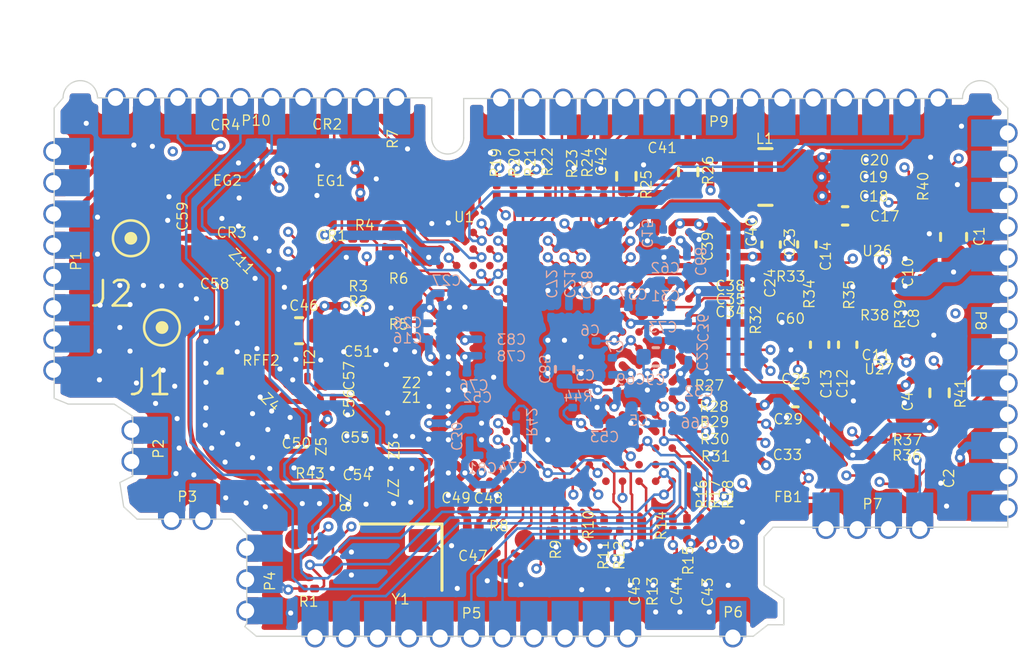
<source format=kicad_pcb>
(kicad_pcb (version 20240108) (generator "pcbnew") (generator_version "8.0")
  (layers (0 "F.Cu" signal) (1 "In1.Cu" mixed "GND") (2 "In2.Cu" mixed "PWR") (31 "B.Cu" signal) (34 "B.Paste" user) (35 "F.Paste" user) (36 "B.SilkS" user "B.Silkscreen") (37 "F.SilkS" user "F.Silkscreen") (38 "B.Mask" user) (39 "F.Mask" user) (44 "Edge.Cuts" user))
  (net 0 "")
  (net 1 "GND")
  (net 2 "+3.3V")
  (net 3 "VCORE")
  (net 5 "Net-(U1-125)")
  (net 6 "Net-(U1-186)")
  (net 7 "GNDA")
  (net 8 "Net-(U1-218)")
  (net 9 "Net-(U1-232)")
  (net 10 "Net-(U1-216)")
  (net 14 "Net-(U1-187)")
  (net 16 "Net-(U1-202)")
  (net 17 "+1V8")
  (net 18 "Net-(U1-239)")
  (net 19 "Net-(U1-159)")
  (net 20 "Net-(U1-49)")
  (net 22 "Net-(C54-Pad2)")
  (net 23 "Net-(C55-Pad2)")
  (net 24 "Net-(U1-251)")
  (net 25 "Net-(U1-183)")
  (net 26 "D+")
  (net 27 "D-")
  (net 28 "Net-(U1-228)")
  (net 29 "Net-(U1-224)")
  (net 30 "/SOC_Board/1")
  (net 31 "/SOC_Board/31")
  (net 33 "/SOC_Board/6")
  (net 34 "/SOC_Board/27")
  (net 35 "Net-(U1-78)")
  (net 36 "Net-(U1-76)")
  (net 38 "Net-(U1-45)")
  (net 39 "Net-(U1-9)")
  (net 40 "Net-(U1-12)")
  (net 41 "Net-(U1-80)")
  (net 42 "Net-(U1-113)")
  (net 43 "Net-(U1-114)")
  (net 44 "Net-(U1-130)")
  (net 45 "Net-(U1-162)")
  (net 46 "Net-(U1-193)")
  (net 47 "Net-(U1-SDA2)")
  (net 48 "Net-(U1-SCL2)")
  (net 49 "Net-(U1-227)")
  (net 52 "Net-(U1-93)")
  (net 53 "Net-(U1-96)")
  (net 54 "Net-(U1-61)")
  (net 56 "Net-(U1-94)")
  (net 57 "Net-(U1-158)")
  (net 58 "Net-(U1-247)")
  (net 59 "Net-(U1-SDA)")
  (net 60 "Net-(U1-SCL)")
  (net 61 "Net-(U1-219)")
  (net 62 "/SOC_Board/24")
  (net 63 "Net-(U1-164)")
  (net 64 "Net-(U1-30)")
  (net 66 "Net-(U1-29)")
  (net 67 "Net-(U1-68)")
  (net 68 "Net-(U1-81)")
  (net 69 "Net-(U1-82)")
  (net 70 "Net-(U1-67)")
  (net 71 "Net-(U1-31)")
  (net 73 "Net-(U1-179)")
  (net 78 "Net-(U1-OSC)")
  (net 79 "Net-(U1-RF-PadA7)")
  (net 80 "Net-(U1-RF-PadA6)")
  (net 81 "Net-(U26-Y0)")
  (net 82 "Net-(U26-X)")
  (net 83 "Net-(C13-Pad1)")
  (net 84 "/SOC_Board/23")
  (net 85 "Net-(U26-Y1)")
  (net 86 "/SOC_Board/20")
  (net 87 "Net-(C54-Pad1)")
  (net 88 "Net-(C55-Pad1)")
  (net 89 "Net-(C56-Pad1)")
  (net 90 "Net-(C57-Pad1)")
  (net 91 "Net-(C58-Pad1)")
  (net 92 "Net-(J2-In)")
  (net 93 "Net-(J1-In)")
  (net 94 "/SOC_Board/43")
  (net 95 "3V_B+")
  (net 96 "Net-(U27-+)")
  (net 97 "Net-(U27--)")
  (net 98 "Net-(RFF2-Pad1)")
  (net 100 "Net-(T2-Pad1)")
  (net 101 "/SOC_Board/7")
  (net 102 "/SOC_Board/4")
  (net 103 "/SOC_Board/5")
  (net 104 "/SOC_Board/9")
  (net 105 "/SOC_Board/10")
  (net 106 "/SOC_Board/12")
  (net 107 "/SOC_Board/14")
  (net 108 "/SOC_Board/13")
  (net 109 "/SOC_Board/15")
  (net 110 "/SOC_Board/18")
  (net 111 "/SOC_Board/16")
  (net 112 "/SOC_Board/17")
  (net 113 "/SOC_Board/26")
  (net 114 "/SOC_Board/22")
  (net 115 "/SOC_Board/21")
  (net 116 "/SOC_Board/25")
  (net 117 "/SOC_Board/19")
  (net 118 "/SOC_Board/30")
  (net 119 "/SOC_Board/28")
  (net 120 "/SOC_Board/32")
  (net 121 "/SOC_Board/44")
  (net 122 "/SOC_Board/38")
  (net 123 "/SOC_Board/37")
  (net 124 "/SOC_Board/36")
  (net 125 "/SOC_Board/54")
  (net 126 "/SOC_Board/58")
  (net 127 "/SOC_Board/46")
  (net 128 "/SOC_Board/47")
  (net 129 "/SOC_Board/49")
  (net 130 "/SOC_Board/57")
  (net 131 "/SOC_Board/50")
  (net 132 "/SOC_Board/55")
  (net 133 "/SOC_Board/59")
  (net 134 "/SOC_Board/48")
  (net 135 "/SOC_Board/60")
  (net 136 "/SOC_Board/61")
  (net 137 "/SOC_Board/69")
  (net 138 "/SOC_Board/65")
  (net 139 "/SOC_Board/62")
  (net 140 "/SOC_Board/64")
  (net 141 "/SOC_Board/66")
  (net 142 "/SOC_Board/67")
  (net 143 "Net-(U1-79)")
  (footprint "0_MyLibrary:Xbox_R_01005_0402Metric" (layer "F.Cu") (at 176.5286 88.2234 90)
    (property "Reference" "R22")
    (property "Value" "33")
  )
  (footprint "0_MyLibrary:Xbox_CoaxConnector" (layer "F.Cu") (at 161.4 93.6004)
    (property "Reference" "J1")
    (property "Value" "Conn_Coaxial")
  )
  (footprint "0_MyLibrary:Xbox_R_01005_0402Metric" (layer "F.Cu") (at 170.7 92.175 180)
    (property "Reference" "R6")
    (property "Value" "0")
  )
  (footprint "0_MyLibrary:Xbox_R_01005_0402Metric" (layer "F.Cu") (at 189.425 98.6)
    (property "Reference" "R36")
    (property "Value" "100k")
  )
  (footprint "0_MyLibrary:Xbox_R_01005_0402Metric" (layer "F.Cu") (at 181.9798 101.3154 90)
    (property "Reference" "R15")
    (property "Value" "2k")
  )
  (footprint "0_MyLibrary:Xbox_C_01005_0402Metric" (layer "F.Cu") (at 163.5 91.3 180)
    (property "Reference" "C58")
    (property "Value" "C")
  )
  (footprint "0_MyLibrary:Xbox_R_01005_0402Metric" (layer "F.Cu") (at 184.2 96.7 180)
    (property "Reference" "R28")
    (property "Value" "2.2k")
  )
  (footprint "0_MyLibrary:Xbox_TestPoint_0.8mm" (layer "F.Cu") (at 167.05 90.125)
    (property "Reference" "TP3" (hide yes))
    (property "Value" "TestPoint")
  )
  (footprint "0_MyLibrary:Xbox_C_01005_0402Metric" (layer "F.Cu") (at 183.9 93.425)
    (property "Reference" "C34")
    (property "Value" "C")
  )
  (footprint "Resistor_SMD:R_0402_1005Metric" (layer "F.Cu") (at 182.025 87.5 90)
    (property "Reference" "R26")
    (property "Value" "46k")
  )
  (footprint "0_MyLibrary:Xbox_C_01005_0402Metric" (layer "F.Cu") (at 188.175 87.7)
    (property "Reference" "C19")
    (property "Value" "C")
  )
  (footprint "Package_TO_SOT_SMD:SOT-886" (layer "F.Cu") (at 189.535 96.475)
    (property "Reference" "U27")
    (property "Value" "NCX2202")
  )
  (footprint "0_MyLibrary:Xbox_TestPoint_0.8mm" (layer "F.Cu") (at 174.875 103.05)
    (property "Reference" "TP15" (hide yes))
    (property "Value" "TestPoint")
  )
  (footprint "Capacitor_SMD:C_0603_1608Metric" (layer "F.Cu") (at 166.775 93.725 180)
    (property "Reference" "C46")
    (property "Value" "C")
  )
  (footprint "0_MyLibrary:Xbox_R_01005_0402Metric" (layer "F.Cu") (at 178.1036 88.283 90)
    (property "Reference" "R24")
    (property "Value" "30k")
  )
  (footprint "0_MyLibrary:Xbox_C_01005_0402Metric" (layer "F.Cu") (at 168.975 98.4536)
    (property "Reference" "C55")
    (property "Value" "C")
  )
  (footprint "0_MyLibrary:Xbox_R_01005_0402Metric" (layer "F.Cu") (at 189.4 93.625)
    (property "Reference" "R38")
    (property "Value" "10k")
  )
  (footprint "0_MyLibrary:Xbox_R_01005_0402Metric" (layer "F.Cu") (at 187.225 92.3 90)
    (property "Reference" "R34")
    (property "Value" "1.5k")
  )
  (footprint "Capacitor_SMD:C_0402_1005Metric" (layer "F.Cu") (at 187.175 94.275 -90)
    (property "Reference" "C13")
    (property "Value" "C")
  )
  (footprint "Oscillator:Oscillator_SMD_SeikoEpson_SG210-4Pin_2.5x2.0mm" (layer "F.Cu") (at 170.775 102.6 180)
    (property "Reference" "Y1")
    (property "Value" "26MHz")
  )
  (footprint "0_MyLibrary:Xbox_C_01005_0402Metric" (layer "F.Cu") (at 169.195 96.558 -90)
    (property "Reference" "C56")
    (property "Value" "C")
  )
  (footprint "RF_Converter:Balun_Johanson_1.6x0.8mm" (layer "F.Cu") (at 167.6 96.01 90)
    (property "Reference" "T2")
    (property "Value" "~")
  )
  (footprint "0_MyLibrary:Xbox_C_01005_0402Metric" (layer "F.Cu") (at 183.6904 90.8202 180)
    (property "Reference" "C38")
    (property "Value" "C")
  )
  (footprint "0_MyLibrary:Xbox_C_01005_0402Metric" (layer "F.Cu") (at 191.1452 96.325 -90)
    (property "Reference" "C4")
    (property "Value" "C")
  )
  (footprint "0_MyLibrary:Xbox_C_01005_0402Metric" (layer "F.Cu") (at 183.3202 89.8846 -90)
    (property "Reference" "C39")
    (property "Value" "C")
  )
  (footprint "0_MyLibrary:Xbox_R_01005_0402Metric" (layer "F.Cu") (at 183.0536 101.3234 90)
    (property "Reference" "R17")
    (property "Value" "33")
  )
  (footprint "0_MyLibrary:Xbox_R_01005_0402Metric" (layer "F.Cu") (at 183.6 101.325 90)
    (property "Reference" "R18")
    (property "Value" "33")
  )
  (footprint "0_MyLibrary:Xbox_Diode" (layer "F.Cu") (at 167.894 88.9496 180)
    (property "Reference" "CR1")
    (property "Value" "E1")
  )
  (footprint "0_MyLibrary:Xbox_C_01005_0402Metric" (layer "F.Cu") (at 185.95 97.675)
    (property "Reference" "C29")
    (property "Value" "C")
  )
  (footprint "0_MyLibrary:Xbox_R_01005_0402Metric" (layer "F.Cu") (at 183.8904 95.85 180)
    (property "Reference" "R27")
    (property "Value" "5.1k")
  )
  (footprint "0_MyLibrary:Xbox_R_01005_0402Metric" (layer "F.Cu") (at 181.4298 101.3154 90)
    (property "Reference" "R14")
    (property "Value" "33")
  )
  (footprint "0_MyLibrary:Xbox_C_01005_0402Metric" (layer "F.Cu") (at 187.9036 90.8234 90)
    (property "Reference" "C14")
    (property "Value" "C")
  )
  (footprint "0_MyLibrary:Xbox_TestPoint_0.8mm" (layer "F.Cu") (at 160.975 87.6)
    (property "Reference" "TP1" (hide yes))
    (property "Value" "TestPoint")
  )
  (footprint "0_MyLibrary:Xbox_R_01005_0402Metric" (layer "F.Cu") (at 163.45 90.425 -45)
    (property "Reference" "Z11")
    (property "Value" "~")
  )
  (footprint "0_MyLibrary:Xbox_R_01005_0402Metric" (layer "F.Cu") (at 185.1202 93.308 -90)
    (property "Reference" "R32")
    (property "Value" "1k")
  )
  (footprint "0_MyLibrary:Xbox_R_01005_0402Metric" (layer "F.Cu") (at 169.0846 93.375)
    (property "Reference" "R2")
    (property "Value" "139k")
  )
  (footprint "0_MyLibrary:Xbox_C_01005_0402Metric" (layer "F.Cu") (at 188.175 88.475)
    (property "Reference" "C18")
    (property "Value" "C")
  )
  (footprint "0_MyLibrary:Xbox_R_01005_0402Metric" (layer "F.Cu") (at 184.192 97.9702 180)
    (property "Reference" "R30")
    (property "Value" "33")
  )
  (footprint "0_MyLibrary:Castellated_Holes_60-69" (layer "F.Cu") (at 165.1 84.6)
    (property "Reference" "P10")
    (property "Value" "69-60")
  )
  (footprint "0_MyLibrary:Xbox_TestPoint_0.8mm" (layer "F.Cu") (at 166.625 101.9)
    (property "Reference" "TP21" (hide yes))
    (property "Value" "TestPoint")
  )
  (footprint "0_MyLibrary:Xbox_TestPoint_0.8mm" (layer "F.Cu") (at 170.425 89.8)
    (property "Reference" "TP5" (hide yes))
    (property "Value" "TestPoint")
  )
  (footprint "0_MyLibrary:Castellated_Holes_27" (layer "F.Cu") (at 183.775 105.75 180)
    (property "Reference" "P6")
    (property "Value" "27")
  )
  (footprint "0_MyLibrary:Xbox_Diode" (layer "F.Cu") (at 167.8796 86.7796 180)
    (property "Reference" "CR2")
    (property "Value" "E1")
  )
  (footprint "0_MyLibrary:Xbox_R_01005_0402Metric" (layer "F.Cu") (at 173.6 101.4)
    (property "Reference" "R8")
    (property "Value" "20")
  )
  (footprint "0_MyLibrary:Xbox_R_01005_0402Metric" (layer "F.Cu") (at 166 96.15 -45)
    (property "Reference" "Z4")
    (property "Value" "~")
  )
  (footprint "0_MyLibrary:Xbox_R_01005_0402Metric" (layer "F.Cu") (at 186.0346 92.1048)
    (property "Reference" "R33")
    (property "Value" "0")
  )
  (footprint "0_MyLibrary:Xbox_R_01005_0402Metric" (layer "F.Cu") (at 177.475 88.2846 -90)
    (property "Reference" "R23")
    (property "Value" "33k")
  )
  (footprint "0_MyLibrary:Xbox_C_01005_0402Metric" (layer "F.Cu") (at 183.9952 89.8846 -90)
    (property "Reference" "C40")
    (property "Value" "C")
  )
  (footprint "0_MyLibrary:Xbox_C_01005_0402Metric" (layer "F.Cu") (at 182.7202 102.8096 -90)
    (property "Reference" "C43")
    (property "Value" "C")
  )
  (footprint "Package_TO_SOT_SMD:SOT-886" (layer "F.Cu") (at 189.435 91.975)
    (property "Reference" "U26")
    (property "Value" "~")
  )
  (footprint "0_MyLibrary:Xbox_C_01005_0402Metric" (layer "F.Cu") (at 162.4702 90.3346 -90)
    (property "Reference" "C59")
    (property "Value" "C")
  )
  (footprint "0_MyLibrary:Xbox_TestPoint_0.8mm" (layer "F.Cu") (at 170.425 88.45)
    (property "Reference" "TP77" (hide yes))
    (property "Value" "TestPoint")
  )
  (footprint "Capacitor_SMD:C_0402_1005Metric" (layer "F.Cu") (at 188.275 94.275 90)
    (property "Reference" "C12")
    (property "Value" "C")
  )
  (footprint "0_MyLibrary:Xbox_Diode" (layer "F.Cu") (at 164.0996 86.7696 180)
    (property "Reference" "CR4")
    (property "Value" "E1")
  )
  (footprint "0_MyLibrary:Xbox_TestPoint_0.8mm" (layer "F.Cu") (at 177.4 103.05)
    (property "Reference" "TP20" (hide yes))
    (property "Value" "TestPoint")
  )
  (footprint "Resistor_SMD:R_0402_1005Metric" (layer "F.Cu") (at 191.875 96.16 -90)
    (property "Reference" "R41")
    (property "Value" "330k")
  )
  (footprint "0_MyLibrary:Xbox_C_01005_0402Metric" (layer "F.Cu") (at 174.217 100.7702 180)
    (property "Reference" "C48")
    (property "Value" "C")
  )
  (footprint "0_MyLibrary:Xbox_R_01005_0402Metric" (layer "F.Cu") (at 190.2452 94.2096 -90)
    (property "Reference" "R39")
    (property "Value" "402")
  )
  (footprint "0_MyLibrary:Castellated_Holes_28-31" (layer "F.Cu") (at 189.25 101.475 180)
    (property "Reference" "P7")
    (property "Value" "28-31")
  )
  (footprint "0_MyLibrary:Xbox_R_01005_0402Metric" (layer "F.Cu") (at 187.8036 92.2984 90)
    (property "Reference" "R35")
    (property "Value" "10k")
  )
  (footprint "0_MyLibrary:Xbox_C_01005_0402Metric" (layer "F.Cu") (at 192.725 99.5 -90)
    (property "Reference" "C2")
    (property "Value" "C")
  )
  (footprint "0_MyLibrary:Xbox_C_01005_0402Metric" (layer "F.Cu") (at 191.175 91.45 90)
    (property "Reference" "C10")
    (property "Value" "C")
  )
  (footprint "0_MyLibrary:Xbox_RF_Filter" (layer "F.Cu") (at 164.3194 96.175)
    (property "Reference" "RFF2")
    (property "Value" "~")
  )
  (footprint "0_MyLibrary:Xbox_CoaxConnector" (layer "F.Cu") (at 160.178157 90.103516)
    (property "Reference" "J2")
    (property "Value" "Conn_Coaxial")
  )
  (footprint "0_MyLibrary:Xbox_R_01005_0402Metric" (layer "F.Cu") (at 167.2346 99.8548)
    (property "Reference" "R43")
    (property "Value" "0")
  )
  (footprint "0_MyLibrary:Xbox_C_01005_0402Metric" (layer "F.Cu") (at 181.5702 102.8096 -90)
    (property "Reference" "C44")
    (property "Value" "C")
  )
  (footprint "0_MyLibrary:Xbox_R_01005_0402Metric" (layer "F.Cu") (at 169.1 91.475 180)
    (property "Reference" "R3")
    (property "Value" "10k")
  )
  (footprint "0_MyLibrary:Xbox_R_01005_0402Metric" (layer "F.Cu") (at 182.5036 101.3234 90)
    (property "Reference" "R16")
    (property "Value" "2k")
  )
  (footprint "0_MyLibrary:Xbox_R_01005_0402Metric" (layer "F.Cu") (at 170.183 96.3298)
    (property "Reference" "Z1")
    (property "Value" "~")
  )
  (footprint "0_MyLibrary:Xbox_C_01005_0402Metric" (layer "F.Cu") (at 189.4096 94.2548)
    (property "Reference" "C11")
    (property "Value" "C")
  )
  (footprint "0_MyLibrary:Xbox_R_01005_0402Metric" (layer "F.Cu") (at 178.725 101.35 -90)
    (property "Reference" "R11")
    (property "Value" "10k")
  )
  (footprint "0_MyLibrary:Xbox_R_01005_0402Metric" (layer "F.Cu") (at 175.1798 88.225 90)
    (property "Reference" "R20")
    (property "Value" "33")
  )
  (footprint "0_MyLibrary:Xbox_R_01005_0402Metric" (layer "F.Cu") (at 169.925 98.2286 90)
    (property "Reference" "Z3")
    (property "Value" "~")
  )
  (footprint "0_MyLibrary:Xbox_C_01005_0402Metric" (layer "F.Cu") (at 178.7 88.2846 -90)
    (property "Reference" "C42")
    (property "Value" "C")
  )
  (footprint "0_MyLibrary:Xbox_R_01005_0402Metric" (layer "F.Cu") (at 177.5548 101.342 90)
    (property "Reference" "R10")
    (property "Value" "10k")
  )
  (footprint "Capacitor_SMD:C_0402_1005Metric" (layer "F.Cu") (at 186.675 90.345 90)
    (property "Reference" "C23")
    (property "Value" "C")
  )
  (footprint "0_MyLibrary:Xbox_TestPoint_0.8mm" (layer "F.Cu") (at 190.775 99.725)
    (property "Reference" "TP78" (hide yes))
    (property "Value" "TestPoint")
  )
  (footprint "0_MyLibrary:Xbox_R_01005_0402Metric" (layer "F.Cu") (at 170.6904 93.9202 180)
    (property "Reference" "R5")
    (property "Value" "51")
  )
  (footprint "0_MyLibrary:Xbox_R_01005_0402Metric" (layer "F.Cu") (at 190.675 88.075 90)
    (property "Reference" "R40")
    (property "Value" "33")
  )
  (footprint "Capacitor_SMD:C_0603_1608Metric" (layer "F.Cu") (at 192.425 90.05 90)
    (property "Reference" "C1")
    (property "Value" "C")
  )
  (footprint "0_MyLibrary:Xbox_C_01005_0402Metric" (layer "F.Cu") (at 169.2 95.5154 90)
    (property "Reference" "C57")
    (property "Value" "C")
  )
  (footprint "0_MyLibrary:Xbox_R_01005_0402Metric" (layer "F.Cu") (at 179.35 101.35 90)
    (property "Reference" "R12")
    (property "Value" "51")
  )
  (footprint "0_MyLibrary:Xbox_C_01005_0402Metric" (layer "F.Cu") (at 185.9404 99.1 180)
    (property "Reference" "C33")
    (property "Value" "C")
  )
  (footprint "Diode_SMD:D_01005_0402Metric" (layer "F.Cu") (at 166.925 87.84)
    (property "Reference" "EG1")
    (property "Value" "D")
  )
  (footprint "0_MyLibrary:Castellated_Holes_45-59" (layer "F.Cu") (at 183.2456 84.65)
    (property "Reference" "P9")
    (property "Value" "59-45")
  )
  (footprint "0_MyLibrary:Xbox_TestPoint_0.8mm" (layer "F.Cu") (at 159 87.15)
    (property "Reference" "TP2" (hide yes))
    (property "Value" "TestPoint")
  )
  (footprint "0_MyLibrary:Xbox_C_01005_0402Metric" (layer "F.Cu") (at 190.8548 94.2154 90)
    (property "Reference" "C8")
    (property "Value" "C")
  )
  (footprint "0_MyLibrary:Xbox_R_01005_0402Metric" (layer "F.Cu") (at 174.525 88.225 90)
    (property "Reference" "R19")
    (property "Value" "51")
  )
  (footprint "0_MyLibrary:Xbox_R_01005_0402Metric" (layer "F.Cu") (at 176.775 101.35 -90)
    (property "Reference" "R9")
    (property "Value" "4.7k")
  )
  (footprint "0_MyLibrary:Xbox_ARM_BGA_Layout16x16" (layer "F.Cu") (at 176.85 94.75 90)
    (property "Reference" "U1")
    (property "Value" "~")
  )
  (footprint "Inductor_SMD:L_1008_2520Metric" (layer "F.Cu") (at 185.05 87.7 180)
    (property "Reference" "L1")
    (property "Value" "2uH")
  )
  (footprint "0_MyLibrary:Xbox_R_01005_0402Metric" (layer "F.Cu") (at 180.5702 102.8096 -90)
    (property "Reference" "R13")
    (property "Value" "10k")
  )
  (footprint "0_MyLibrary:Xbox_C_01005_0402Metric" (layer "F.Cu") (at 167.125 97.6 180)
    (property "Reference" "C50")
    (property "Value" "C")
  )
  (footprint "0_MyLibrary:Xbox_R_01005_0402Metric" (layer "F.Cu") (at 168.075 100.075 -90)
    (property "Reference" "Z8")
    (property "Value" "~")
  )
  (footprint "0_MyLibrary:Xbox_C_01005_0402Metric" (layer "F.Cu") (at 181.0154 87.075 180)
    (property "Reference" "C41")
    (property "Value" "C")
  )
  (footprint "0_MyLibrary:Castellated_Holes_32-44" (layer "F.Cu") (at 194.625 93.325 -90)
    (property "Reference" "P8")
    (property "Value" "32_44")
  )
  (footprint "Resistor_SMD:R_0402_1005Metric" (layer "F.Cu") (at 179.6 87.675 90)
    (property "Reference" "R25")
    (property "Value" "157k")
  )
  (footprint "0_MyLibrary:Castellated_Holes_11_12" (layer "F.Cu") (at 162.4 101.125 180)
    (property "Reference" "P3")
    (property "Value" "11-12")
  )
  (footprint "0_MyLibrary:Xbox_C_01005_0402Metric" (layer "F.Cu") (at 173.5984 102.0214 180)
    (property "Reference" "C47")
    (property "Value" "C")
  )
  (footprint "0_MyLibrary:Xbox_C_01005_0402Metric" (layer "F.Cu") (at 179.9202 102.808 -90)
    (property "Reference" "C45")
    (property "Value" "C")
  )
  (footprint "0_MyLibrary:Xbox_R_01005_0402Metric" (layer "F.Cu") (at 169.9 100.0846 -90)
    (property "Reference" "Z7")
    (property "Value" "~")
  )
  (footprint "0_MyLibrary:Castellated_Holes_13-15" (layer "F.Cu") (at 164.725 103.475 90)
    (property "Reference" "P4")
    (property "Value" "13-15")
  )
  (footprint "0_MyLibrary:Castellated_Holes_16-26" (layer "F.Cu") (at 173.525 105.75 180)
    (property "Reference" "P5")
    (property "Value" "16-26")
  )
  (footprint "0_MyLibrary:Xbox_R_01005_0402Metric" (layer "F.Cu") (at 175.825 88.225 90)
    (property "Reference" "R21")
    (property "Value" "51")
  )
  (footprint "0_MyLibrary:Castellated_Holes_1_8" (layer "F.Cu") (at 157.1362 91 90)
    (property "Reference" "P1")
    (property "Value" "1-8")
  )
  (footprint "0_MyLibrary:Xbox_Diode" (layer "F.Cu") (at 164.1062 88.9496 180)
    (property "Reference" "CR3")
    (property "Value" "E1")
  )
  (footprint "0_MyLibrary:Xbox_R_01005_0402Metric" (layer "F.Cu") (at 167.15 103.825 180)
    (property "Reference" "R1")
    (property "Value" "33")
  )
  (footprint "Capacitor_SMD:C_0402_1005Metric" (layer "F.Cu") (at 185.275 90.35 90)
    (property "Reference" "C24")
    (property "Value" "C")
  )
  (footprint "0_MyLibrary:Xbox_TestPoint_0.8mm" (layer "F.Cu") (at 168.1 102.925)
    (property "Reference" "TP6" (hide yes))
    (property "Value" "TestPoint")
  )
  (footprint "0_MyLibrary:Xbox_R_01005_0402Metric" (layer "F.Cu") (at 189.425 98 180)
    (property "Reference" "R37")
    (property "Value" "10k")
  )
  (footprint "0_MyLibrary:Xbox_R_01005_0402Metric" (layer "F.Cu") (at 168.1036 98.217 90)
    (property "Reference" "Z5")
    (property "Value" "~")
  )
  (footprint "Capacitor_SMD:C_0402_1005Metric" (layer "F.Cu") (at 188.175 89.225)
    (property "Reference" "C17")
    (property "Value" "C")
  )
  (footprint "0_MyLibrary:Xbox_R_01005_0402Metric" (layer "F.Cu") (at 184.1984 98.6464 180)
    (property "Reference" "R31")
    (property "Value" "2.2k")
  )
  (footprint "0_MyLibrary:Castellated_Holes_9-10" (layer "F.Cu") (at 160.225 98.25 90)
    (property "Reference" "P2")
    (property "Value" "9-10")
  )
  (footprint "0_MyLibrary:Xbox_R_01005_0402Metric" (layer "F.Cu") (at 185.9346 99.7298)
    (property "Reference" "FB1")
    (property "Value" "FerriteBead")
  )
  (footprint "0_MyLibrary:Xbox_C_01005_0402Metric" (layer "F.Cu") (at 169.0346 99.8298)
    (property "Reference" "C54")
    (property "Value" "C")
  )
  (footprint "0_MyLibrary:Xbox_TestPoint_0.8mm" (layer "F.Cu") (at 175.625 101.925)
    (property "Reference" "TP16" (hide yes))
    (property "Value" "TestPoint")
  )
  (footprint "0_MyLibrary:Xbox_C_01005_0402Metric" (layer "F.Cu") (at 183.675 91.475)
    (property "Reference" "C35")
    (property "Value" "C")
  )
  (footprint "0_MyLibrary:Xbox_C_01005_0402Metric" (layer "F.Cu") (at 186.0266 92.7286)
    (property "Reference" "C60")
    (property "Value" "C")
  )
  (footprint "0_MyLibrary:Xbox_C_01005_0402Metric" (layer "F.Cu") (at 169.075 93.975 180)
    (property "Reference" "C51")
    (property "Value" "C")
  )
  (footprint "0_MyLibrary:Xbox_R_01005_0402Metric" (layer "F.Cu") (at 170.4 87.2 -90)
    (property "Reference" "R7")
    (property "Value" "51")
  )
  (footprint "0_MyLibrary:Xbox_R_01005_0402Metric" (layer "F.Cu") (at 184.2 97.3 180)
    (property "Reference" "R29")
    (property "Value" "33")
  )
  (footprint "0_MyLibrary:Xbox_C_01005_0402Metric" (layer "F.Cu") (at 188.175 86.925)
    (property "Reference" "C20")
    (property "Value" "C")
  )
  (footprint "0_MyLibrary:Xbox_R_01005_0402Metric" (layer "F.Cu") (at 169.108 90.1298)
    (property "Reference" "R4")
    (property "Value" "33")
  )
  (footprint "0_MyLibrary:Xbox_R_01005_0402Metric" (layer "F.Cu") (at 170.183 95.7548)
    (property "Reference" "Z2")
    (property "Value" "~")
  )
  (footprint "Diode_SMD:D_01005_0402Metric" (layer "F.Cu") (at 165.07 87.825 180)
    (property "Reference" "EG2")
    (property "Value" "D")
  )
  (footprint "0_MyLibrary:Xbox_TestPoint_0.8mm" (layer "F.Cu") (at 166.825 91.4)
    (property "Reference" "TP4" (hide yes))
    (property "Value" "TestPoint")
  )
  (footprint "0_MyLibrary:Xbox_C_01005_0402Metric" (layer "F.Cu") (at 172.9154 100.7702 180)
    (property "Reference" "C49")
    (property "Value" "C")
  )
  (footprint "Capacitor_SMD:C_0402_1005Metric" (layer "F.Cu") (at 186.225 96.35)
    (property "Reference" "C25")
    (property "Value" "C")
  )
  (footprint "Capacitor_SMD:C_0402_1005Metric" (layer "B.Cu") (at 177.1798 95.233 90)
    (property "Reference" "C85")
    (property "Value" "C")
  )
  (footprint "0_MyLibrary:Xbox_C_01005_0402Metric" (layer "B.Cu") (at 177.3548 92.983 -90)
    (property "Reference" "C21")
    (property "Value" "C")
  )
  (footprint "0_MyLibrary:Xbox_C_01005_0402Metric" (layer "B.Cu") (at 176.6548 92.983 -90)
    (property "Reference" "C72")
    (property "Value" "C")
  )
  (footprint "0_MyLibrary:Xbox_C_01005_0402Metric" (layer "B.Cu") (at 179.9144 92.8032)
    (property "Reference" "C37")
    (property "Value" "C")
  )
  (footprint "0_MyLibrary:Xbox_C_01005_0402Metric" (layer "B.Cu") (at 181.1202 92.8128 180)
    (property "Reference" "C31")
    (property "Value" "C")
  )
  (footprint "0_MyLibrary:Xbox_R_01005_0402Metric" (layer "B.Cu") (at 177.7298 96.733)
    (property "Reference" "R44")
    (property "Value" "0")
  )
  (footprint "0_MyLibrary:Xbox_C_01005_0402Metric" (layer "B.Cu") (at 179.4628 96.0782)
    (property "Reference" "C69")
    (property "Value" "C")
  )
  (footprint "0_MyLibrary:Xbox_C_01005_0402Metric" (layer "B.Cu") (at 174.0144 94.7032)
    (property "Reference" "C78")
    (property "Value" "C")
  )
  (footprint "0_MyLibrary:Xbox_C_01005_0402Metric" (layer "B.Cu") (at 181.0548 89.983 -90)
    (property "Reference" "C15")
    (property "Value" "C")
  )
  (footprint "0_MyLibrary:Xbox_R_01005_0402Metric" (layer "B.Cu") (at 175.2798 97.283 90)
    (property "Reference" "R42")
    (property "Value" "4.7k")
  )
  (footprint "0_MyLibrary:Xbox_C_01005_0402Metric" (layer "B.Cu") (at 181.2298 97.358)
    (property "Reference" "C66")
    (property "Value" "C")
  )
  (footprint "0_MyLibrary:Xbox_C_01005_0402Metric" (layer "B.Cu") (at 181.0548 94.0952)
    (property "Reference" "C73")
    (property "Value" "C")
  )
  (footprint "0_MyLibrary:Xbox_C_01005_0402Metric" (layer "B.Cu") (at 178.1798 94.133 180)
    (property "Reference" "C6")
    (property "Value" "C")
  )
  (footprint "Capacitor_SMD:C_0402_1005Metric" (layer "B.Cu") (at 180.755 94.75 180)
    (property "Reference" "C9")
    (property "Value" "C")
  )
  (footprint "0_MyLibrary:Xbox_C_01005_0402Metric" (layer "B.Cu") (at 174.0644 98.6032)
    (property "Reference" "C81")
    (property "Value" "C")
  )
  (footprint "0_MyLibrary:Xbox_C_01005_0402Metric" (layer "B.Cu") (at 181.1604 91.7548 180)
    (property "Reference" "C62")
    (property "Value" "C")
  )
  (footprint "0_MyLibrary:Xbox_C_01005_0402Metric" (layer "B.Cu") (at 182.0298 93.633 -90)
    (property "Reference" "C36")
    (property "Value" "C")
  )
  (footprint "0_MyLibrary:Xbox_C_01005_0402Metric" (layer "B.Cu") (at 181.9798 91.033 -90)
    (property "Reference" "C68")
    (property "Value" "C")
  )
  (footprint "0_MyLibrary:Xbox_C_01005_0402Metric" (layer "B.Cu") (at 172.5394 92.2532)
    (property "Reference" "C27")
    (property "Value" "C")
  )
  (footprint "0_MyLibrary:Xbox_C_01005_0402Metric" (layer "B.Cu") (at 178.8298 94.783)
    (property "Reference" "C7")
    (property "Value" "DNI")
  )
  (footprint "0_MyLibrary:Xbox_C_01005_0402Metric" (layer "B.Cu") (at 175.1032 98.6116 180)
    (property "Reference" "C74")
    (property "Value" "C")
  )
  (footprint "0_MyLibrary:Xbox_C_01005_0402Metric" (layer "B.Cu") (at 178.0548 92.983 -90)
    (property "Reference" "C28")
    (property "Value" "C")
  )
  (footprint "0_MyLibrary:Xbox_C_01005_0402Metric" (layer "B.Cu") (at 178.7298 97.408 180)
    (property "Reference" "C53")
    (property "Value" "C")
  )
  (footprint "0_MyLibrary:Xbox_C_01005_0402Metric" (layer "B.Cu") (at 173.4548 97.808 90)
    (property "Reference" "C30")
    (property "Value" "C")
  )
  (footprint "0_MyLibrary:Xbox_C_01005_0402Metric" (layer "B.Cu") (at 181.2218 96.1128 180)
    (property "Reference" "C32")
    (property "Value" "C")
  )
  (footprint "0_MyLibrary:Xbox_C_01005_0402Metric" (layer "B.Cu") (at 172.0894 93.4282)
    (property "Reference" "C26")
    (property "Value" "C")
  )
  (footprint "0_MyLibrary:Xbox_C_01005_0402Metric" (layer "B.Cu") (at 173.5846 95.3702)
    (property "Reference" "C76")
    (property "Value" "C")
  )
  (footprint "0_MyLibrary:Xbox_C_01005_0402Metric" (layer "B.Cu") (at 174.0144 94.0532)
    (property "Reference" "C83")
    (property "Value" "C")
  )
  (footprint "0_MyLibrary:Xbox_C_01005_0402Metric" (layer "B.Cu") (at 180.1048 96.733)
    (property "Reference" "C5")
    (property "Value" "C")
  )
  (footprint "0_MyLibrary:Xbox_C_01005_0402Metric" (layer "B.Cu") (at 178.8298 95.458 180)
    (property "Reference" "C3")
    (property "Value" "C")
  )
  (footprint "0_MyLibrary:Xbox_C_01005_0402Metric" (layer "B.Cu") (at 172.0894 94.0532)
    (property "Reference" "C16")
    (property "Value" "C")
  )
  (footprint "0_MyLibrary:Xbox_C_01005_0402Metric" (layer "B.Cu") (at 173.7564 96.7794)
    (property "Reference" "C52")
    (property "Value" "C")
  )
  (footprint "0_MyLibrary:Xbox_C_01005_0402Metric" (layer "B.Cu") (at 182.0262 94.658 90)
    (property "Reference" "C22")
    (property "Value" "C")
  )
  (gr_line (start 164.725 105.175) (end 164.65 105.325) (stroke (width 0.05)) (layer "Edge.Cuts"))
  (gr_line (start 159.9 100.625) (end 160.425 101.11) (stroke (width 0.05)) (layer "Edge.Cuts"))
  (gr_line (start 160.425 101.11) (end 164.125 101.11) (stroke (width 0.05)) (layer "Edge.Cuts"))
  (gr_arc (start 157.525 84.6) (mid 158.2 83.925) (end 158.875 84.6) (stroke (width 0.05)) (layer "Edge.Cuts"))
  (gr_line (start 185.15 105.25) (end 185.775 105.25) (stroke (width 0.05)) (layer "Edge.Cuts"))
  (gr_line (start 185.35 101.425) (end 194.55 101.425) (stroke (width 0.05)) (layer "Edge.Cuts"))
  (gr_line (start 164.125 101.11) (end 164.725 101.7) (stroke (width 0.05)) (layer "Edge.Cuts"))
  (gr_line (start 171.975 86.175) (end 171.975 84.6) (stroke (width 0.05)) (layer "Edge.Cuts"))
  (gr_line (start 173.225 84.625) (end 173.225 86.175) (stroke (width 0.05)) (layer "Edge.Cuts"))
  (gr_line (start 157.175 85) (end 157.175 96.37) (stroke (width 0.05)) (layer "Edge.Cuts"))
  (gr_line (start 164.725 101.7) (end 164.725 105.175) (stroke (width 0.05)) (layer "Edge.Cuts"))
  (gr_line (start 194.55 85) (end 194.175 84.625) (stroke (width 0.05)) (layer "Edge.Cuts"))
  (gr_line (start 164.65 105.325) (end 165.1 105.7) (stroke (width 0.05)) (layer "Edge.Cuts"))
  (gr_line (start 185 101.8) (end 185.35 101.425) (stroke (width 0.05)) (layer "Edge.Cuts"))
  (gr_line (start 185.775 105.25) (end 185.775 104.225) (stroke (width 0.05)) (layer "Edge.Cuts"))
  (gr_line (start 159.75 99.675) (end 159.9 100.625) (stroke (width 0.05)) (layer "Edge.Cuts"))
  (gr_line (start 160.255 97.08) (end 160.255 99.43) (stroke (width 0.05)) (layer "Edge.Cuts"))
  (gr_arc (start 173.225 86.175) (mid 172.6 86.8) (end 171.975 86.175) (stroke (width 0.05)) (layer "Edge.Cuts"))
  (gr_line (start 185 103.7) (end 185 101.8) (stroke (width 0.05)) (layer "Edge.Cuts"))
  (gr_line (start 171.975 84.6) (end 158.875 84.6) (stroke (width 0.05)) (layer "Edge.Cuts"))
  (gr_line (start 185.775 104.225) (end 185 103.7) (stroke (width 0.05)) (layer "Edge.Cuts"))
  (gr_line (start 157.725 96.6) (end 159.525 96.6) (stroke (width 0.05)) (layer "Edge.Cuts"))
  (gr_arc (start 192.775 84.625) (mid 193.475 83.925) (end 194.175 84.625) (stroke (width 0.05)) (layer "Edge.Cuts"))
  (gr_line (start 160.25 99.425) (end 159.75 99.675) (stroke (width 0.05)) (layer "Edge.Cuts"))
  (gr_line (start 192.775 84.625) (end 173.225 84.625) (stroke (width 0.05)) (layer "Edge.Cuts"))
  (gr_line (start 165.1 105.7) (end 184.575 105.7) (stroke (width 0.05)) (layer "Edge.Cuts"))
  (gr_line (start 194.55 101.425) (end 194.55 85) (stroke (width 0.05)) (layer "Edge.Cuts"))
  (gr_line (start 159.525 96.6) (end 160.25 97.075) (stroke (width 0.05)) (layer "Edge.Cuts"))
  (gr_line (start 157.175 96.375) (end 157.725 96.6) (stroke (width 0.05)) (layer "Edge.Cuts"))
  (gr_line (start 184.575 105.7) (end 185.15 105.25) (stroke (width 0.05)) (layer "Edge.Cuts"))
  (gr_line (start 157.175 85) (end 157.525 84.6) (stroke (width 0.05)) (layer "Edge.Cuts"))
  (via (at 163.1 97.425) (size 0.4) (drill 0.2) (layers "F.Cu" "B.Cu") (net 1))
  (via (at 165.25 96.325) (size 0.4) (drill 0.2) (layers "F.Cu" "B.Cu") (net 1))
  (via (at 182.45 90.15) (size 0.4) (drill 0.2) (layers "F.Cu" "B.Cu") (net 1))
  (via (at 168.825 102.4) (size 0.4) (drill 0.2) (layers "F.Cu" "B.Cu") (net 1))
  (via (at 158.875 89.275) (size 0.4) (drill 0.2) (layers "F.Cu" "B.Cu") (net 1))
  (via (at 171.225 97.875) (size 0.4) (drill 0.2) (layers "F.Cu" "B.Cu") (net 1))
  (via (at 173.925 98) (size 0.4) (drill 0.2) (layers "F.Cu" "B.Cu") (net 1))
  (via (at 192.15 100.6) (size 0.4) (drill 0.2) (layers "F.Cu" "B.Cu") (net 1))
  (via (at 176.525 95.4) (size 0.4) (drill 0.2) (layers "F.Cu" "B.Cu") (net 1))
  (via (at 168.675 97.025) (size 0.4) (drill 0.2) (layers "F.Cu" "B.Cu") (net 1))
  (via (at 172.975 103.825) (size 0.4) (drill 0.2) (layers "F.Cu" "B.Cu") (net 1))
  (via (at 162.075 98.325) (size 0.4) (drill 0.2) (layers "F.Cu" "B.Cu") (net 1))
  (via (at 189 87.675) (size 0.4) (drill 0.2) (layers "F.Cu" "B.Cu") (net 1))
  (via (at 170.375 99.125) (size 0.4) (drill 0.2) (layers "F.Cu" "B.Cu") (net 1))
  (via (at 163.775 97.725) (size 0.4) (drill 0.2) (layers "F.Cu" "B.Cu") (net 1))
  (via (at 168.65 97.85) (size 0.4) (drill 0.2) (layers "F.Cu" "B.Cu") (net 1))
  (via (at 158.95 94.525) (size 0.4) (drill 0.2) (layers "F.Cu" "B.Cu") (net 1))
  (via (at 186.725 98.05) (size 0.4) (drill 0.2) (layers "F.Cu" "B.Cu") (net 1))
  (via (at 166.3 97.875) (size 0.4) (drill 0.2) (layers "F.Cu" "B.Cu") (net 1))
  (via (at 184.55 91.725) (size 0.4) (drill 0.2) (layers "F.Cu" "B.Cu") (net 1))
  (via (at 186.0474 94.475) (size 0.4) (drill 0.2) (layers "F.Cu" "B.Cu") (net 1))
  (via (at 172.625 96.05) (size 0.4) (drill 0.2) (layers "F.Cu" "B.Cu") (net 1))
  (via (at 170.385 90.84) (size 0.4) (drill 0.2) (layers "F.Cu" "B.Cu") (net 1))
  (via (at 158.875 90.725) (size 0.4) (drill 0.2) (layers "F.Cu" "B.Cu") (net 1))
  (via (at 160.4 95.775) (size 0.4) (drill 0.2) (layers "F.Cu" "B.Cu") (net 1))
  (via (at 178.6 87.375) (size 0.4) (drill 0.2) (layers "F.Cu" "B.Cu") (net 1))
  (via (at 166.195 92.8) (size 0.4) (drill 0.2) (layers "F.Cu" "B.Cu") (net 1))
  (via (at 166.575 99.1) (size 0.4) (drill 0.2) (layers "F.Cu" "B.Cu") (net 1))
  (via (at 162.65 99.375) (size 0.4) (drill 0.2) (layers "F.Cu" "B.Cu") (net 1))
  (via (at 165.7 96.875) (size 0.4) (drill 0.2) (layers "F.Cu" "B.Cu") (net 1))
  (via (at 172.625 96.7) (size 0.4) (drill 0.2) (layers "F.Cu" "B.Cu") (net 1))
  (via (at 170.55 94.475) (size 0.4) (drill 0.2) (layers "F.Cu" "B.Cu") (net 1))
  (via (at 177.825 95.4) (size 0.4) (drill 0.2) (layers "F.Cu" "B.Cu") (net 1))
  (via (at 165.125 94.425) (size 0.4) (drill 0.2) (layers "F.Cu" "B.Cu") (net 1))
  (via (at 178.575 89.375) (size 0.4) (drill 0.2) (layers "F.Cu" "B.Cu") (net 1))
  (via (at 171.871171 96.696621) (size 0.4) (drill 0.2) (layers "F.Cu" "B.Cu") (net 1))
  (via (at 176.525 94.75) (size 0.4) (drill 0.2) (layers "F.Cu" "B.Cu") (net 1))
  (via (at 163.125 96.75) (size 0.4) (drill 0.2) (layers "F.Cu" "B.Cu") (net 1))
  (via (at 161.15 96.575) (size 0.4) (drill 0.2) (layers "F.Cu" "B.Cu") (net 1))
  (via (at 182.7 103.675) (size 0.4) (drill 0.2) (layers "F.Cu" "B.Cu") (net 1))
  (via (at 167.475 88.425) (size 0.4) (drill 0.2) (layers "F.Cu" "B.Cu") (net 1))
  (via (at 165.55 97.6) (size 0.4) (drill 0.2) (layers "F.Cu" "B.Cu") (net 1))
  (via (at 169.8 87.775) (size 0.4) (drill 0.2) (layers "F.Cu" "B.Cu") (net 1))
  (via (at 168.7 100.525) (size 0.4) (drill 0.2) (layers "F.Cu" "B.Cu") (net 1))
  (via (at 170.25 96.95) (size 0.4) (drill 0.2) (layers "F.Cu" "B.Cu") (net 1))
  (via (at 177.175 94.1) (size 0.4) (drill 0.2) (layers "F.Cu" "B.Cu") (net 1))
  (via (at 165.625 99.125) (size 0.4) (drill 0.2) (layers "F.Cu" "B.Cu") (net 1))
  (via (at 182.85 104.75) (size 0.4) (drill 0.2) (layers "F.Cu" "B.Cu") (net 1))
  (via (at 161.4 91.975) (size 0.4) (drill 0.2) (layers "F.Cu" "B.Cu") (net 1))
  (via (at 167.5 87.25) (size 0.4) (drill 0.2) (layers "F.Cu" "B.Cu") (net 1))
  (via (at 161.625 89.4) (size 0.4) (drill 0.2) (layers "F.Cu" "B.Cu") (net 1))
  (via (at 172.625 95.4) (size 0.4) (drill 0.2) (layers "F.Cu" "B.Cu") (net 1))
  (via (at 174.5075 100.1925) (size 0.4) (drill 0.2) (layers "F.Cu" "B.Cu") (net 1))
  (via (at 169.35 97.85) (size 0.4) (drill 0.2) (layers "F.Cu" "B.Cu") (net 1))
  (via (at 173.275 96.05) (size 0.4) (drill 0.2) (layers "F.Cu" "B.Cu") (net 1))
  (via (at 166.9 100.5) (size 0.4) (drill 0.2) (layers "F.Cu" "B.Cu") (net 1))
  (via (at 172.75 102.15) (size 0.4) (drill 0.2) (layers "F.Cu" "B.Cu") (net 1))
  (via (at 171.025 86.6) (size 0.4) (drill 0.2) (layers "F.Cu" "B.Cu") (net 1))
  (via (at 163.9 100.275) (size 0.4) (drill 0.2) (layers "F.Cu" "B.Cu") (net 1))
  (via (at 173.925 97.35) (size 0.4) (drill 0.2) (layers "F.Cu" "B.Cu") (net 1))
  (via (at 185.95 90.075) (size 0.4) (drill 0.2) (layers "F.Cu" "B.Cu") (net 1))
  (via (at 183.595095 103.704242) (size 0.4) (drill 0.2) (layers "F.Cu" "B.Cu") (net 1))
  (via (at 160.3 86.45) (size 0.4) (drill 0.2) (layers "F.Cu" "B.Cu") (net 1))
  (via (at 163.125 94.14) (size 0.4) (drill 0.2) (layers "F.Cu" "B.Cu") (net 1))
  (via (at 181.7 104.75) (size 0.4) (drill 0.2) (layers "F.Cu" "B.Cu") (net 1))
  (via (at 172.625 100.175) (size 0.4) (drill 0.2) (layers "F.Cu" "B.Cu") (net 1))
  (via (at 180.185 102.09) (size 0.4) (drill 0.2) (layers "F.Cu" "B.Cu") (net 1))
  (via (at 163.125 95.75) (size 0.4) (drill 0.2) (layers "F.Cu" "B.Cu") (net 1))
  (via (at 177.825 94.75) (size 0.4) (drill 0.2) (layers "F.Cu" "B.Cu") (net 1))
  (via (at 190.5 96.55) (size 0.4) (drill 0.2) (layers "F.Cu" "B.Cu") (net 1))
  (via (at 164.4 87.15) (size 0.4) (drill 0.2) (layers "F.Cu" "B.Cu") (net 1))
  (via (at 167.625 94.875) (size 0.4) (drill 0.2) (layers "F.Cu" "B.Cu") (net 1))
  (via (at 190.525 90.9) (size 0.4) (drill 0.2) (layers "F.Cu" "B.Cu") (net 1))
  (via (at 179.75 103.7) (size 0.4) (drill 0.2) (layers "F.Cu" "B.Cu") (net 1))
  (via (at 180.425 90.2) (size 0.4) (drill 0.2) (layers "F.Cu" "B.Cu") (net 1))
  (via (at 175.475 103.675) (size 0.4) (drill 0.2) (layers "F.Cu" "B.Cu") (net 1))
  (via (at 180.425 92.15) (size 0.4) (drill 0.2) (layers "F.Cu" "B.Cu") (net 1))
  (via (at 171.15 100.45) (size 0.4) (drill 0.2) (layers "F.Cu" "B.Cu") (net 1))
  (via (at 173.275 92.8) (size 0.4) (drill 0.2) (layers "F.Cu" "B.Cu") (net 1))
  (via (at 178.455 96.73) (size 0.4) (drill 0.2) (layers "F.Cu" "B.Cu") (net 1))
  (via (at 165.075 90.1) (size 0.4) (drill 0.2) (layers "F.Cu" "B.Cu") (net 1))
  (via (at 191.475 89.925) (size 0.4) (drill 0.2) (layers "F.Cu" "B.Cu") (net 1))
  (via (at 180.425 96.05) (size 0.4) (drill 0.2) (layers "F.Cu" "B.Cu") (net 1))
  (via (at 176.525 94.1) (size 0.4) (drill 0.2) (layers "F.Cu" "B.Cu") (net 1))
  (via (at 169.6 99.125) (size 0.4) (drill 0.2) (layers "F.Cu" "B.Cu") (net 1))
  (via (at 166.2 92.025) (size 0.4) (drill 0.2) (layers "F.Cu" "B.Cu") (net 1))
  (via (at 191.925 99.7) (size 0.4) (drill 0.2) (layers "F.Cu" "B.Cu") (net 1))
  (via (at 161.45 95.275) (size 0.4) (drill 0.2) (layers "F.Cu" "B.Cu") (net 1))
  (via (at 168.075 99.125) (size 0.4) (drill 0.2) (layers "F.Cu" "B.Cu") (net 1))
  (via (at 188.475 92) (size 0.4) (drill 0.2) (layers "F.Cu" "B.Cu") (net 1))
  (via (at 167.575 100.5) (size 0.4) (drill 0.2) (layers "F.Cu" "B.Cu") (net 1))
  (via (at 174.15 103.525) (size 0.4) (drill 0.2) (layers "F.Cu" "B.Cu") (net 1))
  (via (at 170.375 92.83) (size 0.4) (drill 0.2) (layers "F.Cu" "B.Cu") (net 1))
  (via (at 184.15 101.225) (size 0.4) (drill 0.2) (layers "F.Cu" "B.Cu") (net 1))
  (via (at 160.675 91.95) (size 0.4) (drill 0.2) (layers "F.Cu" "B.Cu") (net 1))
  (via (at 158.95 95.65) (size 0.4) (drill 0.2) (layers "F.Cu" "B.Cu") (net 1))
  (via (at 164.4 89.625) (size 0.4) (drill 0.2) (layers "F.Cu" "B.Cu") (net 1))
  (via (at 174.275 86.75) (size 0.4) (drill 0.2) (layers "F.Cu" "B.Cu") (net 1))
  (via (at 171.9 95.4) (size 0.4) (drill 0.2) (layers "F.Cu" "B.Cu") (net 1))
  (via (at 171.2 99.125) (size 0.4) (drill 0.2) (layers "F.Cu" "B.Cu") (net 1))
  (via (at 171.975 89.525) (size 0.4) (drill 0.2) (layers "F.Cu" "B.Cu") (net 1))
  (via (at 168.625 90.85) (size 0.4) (drill 0.2) (layers "F.Cu" "B.Cu") (net 1))
  (via (at 171.85 97.975) (size 0.4) (drill 0.2) (layers "F.Cu" "B.Cu") (net 1))
  (via (at 161.675 88.475) (size 0.4) (drill 0.2) (layers "F.Cu" "B.Cu") (net 1))
  (via (at 168.825 99.125) (size 0.4) (drill 0.2) (layers "F.Cu" "B.Cu") (net 1))
  (via (at 172.625 99.3) (size 0.4) (drill 0.2) (layers "F.Cu" "B.Cu") (net 1))
  (via (at 163.75 89.325) (size 0.4) (drill 0.2) (layers "F.Cu" "B.Cu") (net 1))
  (via (at 166.525 95.65) (size 0.4) (drill 0.2) (layers "F.Cu" "B.Cu") (net 1))
  (via (at 159.75 91.95) (size 0.4) (drill 0.2) (layers "F.Cu" "B.Cu") (net 1))
  (via (at 163.15 93.225) (size 0.4) (drill 0.2) (layers "F.Cu" "B.Cu") (net 1))
  (via (at 185.875 97.125) (size 0.4) (drill 0.2) (layers "F.Cu" "B.Cu") (net 1))
  (via (at 185.7 93.4) (size 0.4) (drill 0.2) (layers "F.Cu" "B.Cu") (net 1))
  (via (at 188.475 95.75) (size 0.4) (drill 0.2) (layers "F.Cu" "B.Cu") (net 1))
  (via (at 164.375 98.175) (size 0.4) (drill 0.2) (layers "F.Cu" "B.Cu") (net 1))
  (via (at 167.3 99.1) (size 0.4) (drill 0.2) (layers "F.Cu" "B.Cu") (net 1))
  (via (at 165.45 100.625) (size 0.4) (drill 0.2) (layers "F.Cu" "B.Cu") (net 1))
  (via (at 189 87.025) (size 0.4) (drill 0.2) (layers "F.Cu" "B.Cu") (net 1))
  (via (at 184.575 90.1) (size 0.4) (drill 0.2) (layers "F.Cu" "B.Cu") (net 1))
  (via (at 165.975 91.325) (size 0.4) (drill 0.2) (layers "F.Cu" "B.Cu") (net 1))
  (via (at 160.15 92.7) (size 0.4) (drill 0.2) (layers "F.Cu" "B.Cu") (net 1))
  (via (at 176.85 102.2) (size 0.4) (drill 0.2) (layers "F.Cu" "B.Cu") (net 1))
  (via (at 182.3 99.925) (size 0.4) (drill 0.2) (layers "F.Cu" "B.Cu") (net 1))
  (via (at 164.35 94.55) (size 0.4) (drill 0.2) (layers "F.Cu" "B.Cu") (net 1))
  (via (at 169.775 94.5) (size 0.4) (drill 0.2) (layers "F.Cu" "B.Cu") (net 1))
  (via (at 182.75 95.375) (size 0.4) (drill 0.2) (layers "F.Cu" "B.Cu") (net 1))
  (via (at 162.75 92.475) (size 0.4) (drill 0.2) (layers "F.Cu" "B.Cu") (net 1))
  (via (at 191.525 86.925) (size 0.4) (drill 0.2) (layers "F.Cu" "B.Cu") (net 1))
  (via (at 166.425 97.125) (size 0.4) (drill 0.2) (layers "F.Cu" "B.Cu") (net 1))
  (via (at 170.2 95.05) (size 0.4) (drill 0.2) (layers "F.Cu" "B.Cu") (net 1))
  (via (at 162.15 91.95) (size 0.4) (drill 0.2) (layers "F.Cu" "B.Cu") (net 1))
  (via (at 163.35 98.325) (size 0.4) (drill 0.2) (layers "F.Cu" "B.Cu") (net 1))
  (via (at 165.6 90.6) (size 0.4) (drill 0.2) (layers "F.Cu" "B.Cu") (net 1))
  (via (at 163.875 98.875) (size 0.4) (drill 0.2) (layers "F.Cu" "B.Cu") (net 1))
  (via (at 192.735 85.71) (size 0.4) (drill 0.2) (layers "F.Cu" "B.Cu") (net 1))
  (via (at 172.625 94.75) (size 0.4) (drill 0.2) (layers "F.Cu" "B.Cu") (net 1))
  (via (at 164.355 93.43) (size 0.4) (drill 0.2) (layers "F.Cu" "B.Cu") (net 1))
  (via (at 161.95 99.325) (size 0.4) (drill 0.2) (layers "F.Cu" "B.Cu") (net 1))
  (via (at 180.65 103.7) (size 0.4) (drill 0.2) (layers "F.Cu" "B.Cu") (net 1))
  (via (at 189 88.45) (size 0.4) (drill 0.2) (layers "F.Cu" "B.Cu") (net 1))
  (via (at 180.275 87.225) (size 0.4) (drill 0.2) (layers "F.Cu" "B.Cu") (net 1))
  (via (at 188.5 96.475) (size 0.4) (drill 0.2) (layers "F.Cu" "B.Cu") (net 1))
  (via (at 166.65 94.85) (size 0.4) (drill 0.2) (layers "F.Cu" "B.Cu") (net 1))
  (via (at 192.575 88) (size 0.4) (drill 0.2) (layers "F.Cu" "B.Cu") (net 1))
  (via (at 166.025 95.225) (size 0.4) (drill 0.2) (layers "F.Cu" "B.Cu") (net 1))
  (via (at 172.625 98) (size 0.4) (drill 0.2) (layers "F.Cu" "B.Cu") (net 1))
  (via (at 178.575 102.17) (size 0.4) (drill 0.2) (layers "F.Cu" "B.Cu") (net 1))
  (via (at 180.75 104.75) (size 0.4) (drill 0.2) (layers "F.Cu" "B.Cu") (net 1))
  (via (at 170.55 97.85) (size 0.4) (drill 0.2) (layers "F.Cu" "B.Cu") (net 1))
  (via (at 158.975 92.725) (size 0.4) (drill 0.2) (layers "F.Cu" "B.Cu") (net 1))
  (via (at 170.475 100.5) (size 0.4) (drill 0.2) (layers "F.Cu" "B.Cu") (net 1))
  (via (at 177.55 87.35) (size 0.4) (drill 0.2) (layers "F.Cu" "B.Cu") (net 1))
  (via (at 172.665 92.81) (size 0.4) (drill 0.2) (layers "F.Cu" "B.Cu") (net 1))
  (via (at 172.625 89.5) (size 0.4) (drill 0.2) (layers "F.Cu" "B.Cu") (net 1))
  (via (at 164.95 98.7) (size 0.4) (drill 0.2) (layers "F.Cu" "B.Cu") (net 1))
  (via (at 161.9 95.9) (size 0.4) (drill 0.2) (layers "F.Cu" "B.Cu") (net 1))
  (via (at 190.520065 93.023766) (size 0.4) (drill 0.2) (layers "F.Cu" "B.Cu") (net 1))
  (via (at 168.525 94.55) (size 0.4) (drill 0.2) (layers "F.Cu" "B.Cu") (net 1))
  (via (at 181.45 103.7) (size 0.4) (drill 0.2) (layers "F.Cu" "B.Cu") (net 1))
  (via (at 169.4 100.525) (size 0.4) (drill 0.2) (layers "F.Cu" "B.Cu") (net 1))
  (via (at 174.4 95.55) (size 0.4) (drill 0.2) (layers "F.Cu" "B.Cu") (net 1))
  (via (at 164.425 88.525) (size 0.4) (drill 0.2) (layers "F.Cu" "B.Cu") (net 1))
  (via (at 178.875 103.875) (size 0.4) (drill 0.2) (layers "F.Cu" "B.Cu") (net 1))
  (via (at 168.825 103.3) (size 0.4) (drill 0.2) (layers "F.Cu" "B.Cu") (net 1))
  (via (at 165.05 91.675) (size 0.4) (drill 0.2) (layers "F.Cu" "B.Cu") (net 1))
  (via (at 166.445 104.79) (size 0.4) (drill 0.2) (layers "F.Cu" "B.Cu") (net 1))
  (via (at 191.65 93.9) (size 0.4) (drill 0.2) (layers "F.Cu" "B.Cu") (net 1))
  (via (at 163.125 95) (size 0.4) (drill 0.2) (layers "F.Cu" "B.Cu") (net 1))
  (via (at 182.925 98.55) (size 0.4) (drill 0.2) (layers "F.Cu" "B.Cu") (net 1))
  (via (at 164.7 100.475) (size 0.4) (drill 0.2) (layers "F.Cu" "B.Cu") (net 1))
  (via (at 164.95 96.975) (size 0.4) (drill 0.2) (layers "F.Cu" "B.Cu") (net 1))
  (via (at 161.025 86.5) (size 0.4) (drill 0.2) (layers "F.Cu" "B.Cu") (net 1))
  (via (at 171.3 94.55) (size 0.4) (drill 0.2) (layers "F.Cu" "B.Cu") (net 1))
  (via (at 161.995 97.17) (size 0.4) (drill 0.2) (layers "F.Cu" "B.Cu") (net 1))
  (via (at 159.75 93.6) (size 0.4) (drill 0.2) (layers "F.Cu" "B.Cu") (net 1))
  (via (at 158.433708 85.596731) (size 0.4) (drill 0.2) (layers "F.Cu" "B.Cu") (net 1))
  (via (at 177.85 103.875) (size 0.4) (drill 0.2) (layers "F.Cu" "B.Cu") (net 1))
  (via (at 160.15 94.525) (size 0.4) (drill 0.2) (layers "F.Cu" "B.Cu") (net 1))
  (via (at 171.855 90.85) (size 0.4) (drill 0.2) (layers "F.Cu" "B.Cu") (net 1))
  (segment (start 180.8968 92.8092) (end 180.8968 92.6218) (width 0.2) (layer "B.Cu") (net 1))
  (segment (start 181.0448 90.2) (end 181.0512 90.2064) (width 0.2) (layer "B.Cu") (net 1))
  (segment (start 177.9898 96.7) (end 177.9532 96.7366) (width 0.2) (layer "B.Cu") (net 1))
  (segment (start 180.8968 92.6218) (end 180.425 92.15) (width 0.2) (layer "B.Cu") (net 1))
  (segment (start 180.425 92.15) (end 180.15 92.425) (width 0.2) (layer "B.Cu") (net 1))
  (segment (start 180.425 92.15) (end 180.425 91.85) (width 0.2) (layer "B.Cu") (net 1))
  (segment (start 180.15 92.575) (end 180.1378 92.5872) (width 0.2) (layer "B.Cu") (net 1))
  (segment (start 178.475 96.7) (end 177.9898 96.7) (width 0.2) (layer "B.Cu") (net 1))
  (segment (start 180.425 91.85) (end 180.525 91.75) (width 0.2) (layer "B.Cu") (net 1))
  (segment (start 180.425 90.2) (end 181.0448 90.2) (width 0.2) (layer "B.Cu") (net 1))
  (segment (start 180.1378 92.5872) (end 180.1378 92.8068) (width 0.2) (layer "B.Cu") (net 1))
  (segment (start 180.15 92.425) (end 180.15 92.575) (width 0.2) (layer "B.Cu") (net 1))
  (segment (start 178.5064 96.7314) (end 178.475 96.7) (width 0.2) (layer "B.Cu") (net 1))
  (segment (start 180.5342 91.7592) (end 180.8984 91.7592) (width 0.2) (layer "B.Cu") (net 1))
  (segment (start 178.5064 97.4044) (end 178.5064 96.7314) (width 0.2) (layer "B.Cu") (net 1))
  (segment (start 180.525 91.75) (end 180.5342 91.7592) (width 0.2) (layer "B.Cu") (net 1))
  (segment (start 172.2 97.675) (end 171.875 97.35) (width 0.3) (layer "F.Cu") (net 2))
  (segment (start 183.325 89.6516) (end 182.5516 89.6516) (width 0.3) (layer "F.Cu") (net 2))
  (segment (start 184.2984 89.6516) (end 184.55 89.4) (width 0.3) (layer "F.Cu") (net 2))
  (segment (start 190.75 95.65) (end 191 95.65) (width 0.3) (layer "F.Cu") (net 2))
  (segment (start 181.4 95.725) (end 181.725 95.4) (width 0.3) (layer "F.Cu") (net 2))
  (segment (start 186.67 90.83) (end 186.675 90.825) (width 0.3) (layer "F.Cu") (net 2))
  (segment (start 171.895 92.82) (end 172.2 93.125) (width 0.3) (layer "F.Cu") (net 2))
  (segment (start 185.975 90.83) (end 186.67 90.83) (width 0.3) (layer "F.Cu") (net 2))
  (segment (start 185.025 96.625) (end 185.3 96.35) (width 0.3) (layer "F.Cu") (net 2))
  (segment (start 168.4202 93.3702) (end 168.225 93.175) (width 0.3) (layer "F.Cu") (net 2))
  (segment (start 184.9452 96.7048) (end 184.433 96.7048) (width 0.3) (layer "F.Cu") (net 2))
  (segment (start 181.975 101.925) (end 182.125 102.075) (width 0.3) (layer "F.Cu") (net 2))
  (segment (start 191 95.65) (end 191.15 95.8) (width 0.3) (layer "F.Cu") (net 2))
  (segment (start 180.1 97.025) (end 180.425 97.35) (width 0.3) (layer "F.Cu") (net 2))
  (segment (start 181.975 101.5484) (end 181.975 101.925) (width 0.3) (layer "F.Cu") (net 2))
  (segment (start 172.3 97.675) (end 172.625 97.35) (width 0.3) (layer "F.Cu") (net 2))
  (segment (start 171.935 94.75) (end 172.26 95.075) (width 0.3) (layer "F.Cu") (net 2))
  (segment (start 168.975 87.4) (end 169.175 87.6) (width 0.3) (layer "F.Cu") (net 2))
  (segment (start 175.55 98.325) (end 175.55 98.311058) (width 0.3) (layer "F.Cu") (net 2))
  (segment (start 190.55 95.85) (end 190.425 95.975) (width 0.3) (layer "F.Cu") (net 2))
  (segment (start 178.8 96.375) (end 179.125 96.7) (width 0.3) (layer "F.Cu") (net 2))
  (segment (start 168.975 86.75) (end 168.975 87.4) (width 0.3) (layer "F.Cu") (net 2))
  (segment (start 190.425 95.975) (end 189.875 95.975) (width 0.3) (layer "F.Cu") (net 2))
  (segment (start 185.3 96.35) (end 185.745 96.35) (width 0.3) (layer "F.Cu") (net 2))
  (segment (start 181.575 89.525) (end 181.4 89.7) (width 0.3) (layer "F.Cu") (net 2))
  (segment (start 169.175 88.7) (end 169.175 88.325) (width 0.3) (layer "F.Cu") (net 2))
  (segment (start 183.9234 90.825) (end 184.55 90.825) (width 0.3) (layer "F.Cu") (net 2))
  (segment (start 182.325 102.075) (end 182.125 102.075) (width 0.3) (layer "F.Cu") (net 2))
  (segment (start 192.7298 98.7548) (end 192.675 98.7) (width 0.3) (layer "F.Cu") (net 2))
  (segment (start 177.825 92.15) (end 177.5 91.825) (width 0.3) (layer "F.Cu") (net 2))
  (segment (start 185.275 90.83) (end 185.975 90.83) (width 0.3) (layer "F.Cu") (net 2))
  (segment (start 192.7298 99.267) (end 192.7298 98.7548) (width 0.3) (layer "F.Cu") (net 2))
  (segment (start 168.225 93.175) (end 168.225 92.75) (width 0.3) (layer "F.Cu") (net 2))
  (segment (start 186.67 90.86) (end 186.675 90.855) (width 0.3) (layer "F.Cu") (net 2))
  (segment (start 172.95 99.625) (end 173.275 99.3) (width 0.3) (layer "F.Cu") (net 2))
  (segment (start 185.075 99) (end 184.7262 98.6512) (width 0.3) (layer "F.Cu") (net 2))
  (segment (start 181.75 89.475) (end 181.7 89.525) (width 0.3) (layer "F.Cu") (net 2))
  (segment (start 181.725 92.15) (end 182.05 91.825) (width 0.3) (layer "F.Cu") (net 2))
  (segment (start 167.4952 97.6048) (end 167.9 97.2) (width 0.3) (layer "F.Cu") (net 2))
  (segment (start 172.2 93.125) (end 172.3 93.125) (width 0.3) (layer "F.Cu") (net 2))
  (segment (start 177.55 101.9) (end 177.55 101.575) (width 0.3) (layer "F.Cu") (net 2))
  (segment (start 181.7 89.525) (end 181.575 89.525) (width 0.3) (layer "F.Cu") (net 2))
  (segment (start 171.975 97.35) (end 172.3 97.025) (width 0.3) (layer "F.Cu") (net 2))
  (segment (start 191.15 95.8) (end 191.15 96.092) (width 0.3) (layer "F.Cu") (net 2))
  (segment (start 191.025 91.975) (end 191.1702 91.8298) (width 0.3) (layer "F.Cu") (net 2))
  (segment (start 181.725 92.15) (end 181.4 92.475) (width 0.3) (layer "F.Cu") (net 2))
  (segment (start 172.3 97.025) (end 172.625 97.35) (width 0.3) (layer "F.Cu") (net 2))
  (segment (start 177.875 102.225) (end 177.55 101.9) (width 0.3) (layer "F.Cu") (net 2))
  (segment (start 172.26 95.075) (end 172.3 95.075) (width 0.3) (layer "F.Cu") (net 2))
  (segment (start 189.775 91.975) (end 190.525 91.975) (width 0.3) (layer "F.Cu") (net 2))
  (segment (start 171.875 97.35) (end 171.975 97.35) (width 0.3) (layer "F.Cu") (net 2))
  (segment (start 184.7262 98.6512) (end 184.4314 98.6512) (width 0.3) (layer "F.Cu") (net 2))
  (segment (start 175.55 98.311058) (end 175.242398 98.003456) (width 0.3) (layer "F.Cu") (net 2))
  (segment (start 168.225 92.75) (end 168.6 92.75) (width 0.3) (layer "F.Cu") (net 2))
  (segment (start 169.175 87.6) (end 169.175 88.325) (width 0.3) (layer "F.Cu") (net 2))
  (segment (start 167.6 96.42) (end 167.6 96.725) (width 0.3) (layer "F.Cu") (net 2))
  (segment (start 182.4988 101.5564) (end 182.4988 101.9012) (width 0.3) (layer "F.Cu") (net 2))
  (segment (start 185.24 90.825) (end 185.275 90.86) (width 0.3) (layer "F.Cu") (net 2))
  (segment (start 182.375 89.475) (end 181.75 89.475) (width 0.3) (layer "F.Cu") (net 2))
  (segment (start 168.8516 93.3702) (end 168.4202 93.3702) (width 0.3) (layer "F.Cu") (net 2))
  (segment (start 190.525 91.975) (end 191.025 91.975) (width 0.3) (layer "F.Cu") (net 2))
  (segment (start 167.6 96.725) (end 167.9 97.025) (width 0.3) (layer "F.Cu") (net 2))
  (segment (start 167.358 97.6048) (end 167.4952 97.6048) (width 0.3) (layer "F.Cu") (net 2))
  (segment (start 172.95 98.975) (end 173.275 99.3) (width 0.3) (layer "F.Cu") (net 2))
  (segment (start 182.5516 89.6516) (end 182.45 89.55) (width 0.3) (layer "F.Cu") (net 2))
  (segment (start 182.45 89.55) (end 182.375 89.475) (width 0.3) (layer "F.Cu") (net 2))
  (segment (start 180.75 97.675) (end 180.425 97.35) (width 0.3) (layer "F.Cu") (net 2))
  (segment (start 172.3 97.675) (end 172.2 97.675) (width 0.3) (layer "F.Cu") (net 2))
  (segment (start 184 89.6516) (end 184.2984 89.6516) (width 0.3) (layer "F.Cu") (net 2))
  (segment (start 190.55 95.85) (end 190.75 95.65) (width 0.3) (layer "F.Cu") (net 2))
  (segment (start 167.775 92.75) (end 168.225 92.75) (width 0.3) (layer "F.Cu") (net 2))
  (segment (start 167.9 97.025) (end 167.9 97.2) (width 0.3) (layer "F.Cu") (net 2))
  (segment (start 191.1702 91.8298) (end 191.1702 91.683) (width 0.3) (layer "F.Cu") (net 2))
  (segment (start 182.4988 101.9012) (end 182.325 102.075) (width 0.3) (layer "F.Cu") (net 2))
  (segment (start 181.4 89.7) (end 181.4 89.875) (width 0.3) (layer "F.Cu") (net 2))
  (segment (start 184.55 90.825) (end 185.24 90.825) (width 0.3) (layer "F.Cu") (net 2))
  (segment (start 183.325 89.6516) (end 184 89.6516) (width 0.3) (layer "F.Cu") (net 2))
  (segment (start 167.55 92.975) (end 167.775 92.75) (width 0.3) (layer "F.Cu") (net 2))
  (segment (start 169 88.875) (end 169.175 88.7) (width 0.3) (layer "F.Cu") (net 2))
  (segment (start 167.55 93.725) (end 167.55 92.975) (width 0.3) (layer "F.Cu") (net 2))
  (segment (start 185.025 96.625) (end 184.9452 96.7048) (width 0.3) (layer "F.Cu") (net 2))
  (segment (start 192.425 90.825) (end 192.425 91.425) (width 0.3) (layer "F.Cu") (net 2))
  (via (at 185.975 90.83) (size 0.4) (drill 0.2) (layers "F.Cu" "B.Cu") (net 2))
  (via (at 167.9 97.2) (size 0.4) (drill 0.2) (layers "F.Cu" "B.Cu") (net 2))
  (via (at 184.55 90.825) (size 0.4) (drill 0.2) (layers "F.Cu" "B.Cu") (net 2))
  (via (at 185.075 99) (size 0.4) (drill 0.2) (layers "F.Cu" "B.Cu") (net 2))
  (via (at 192.425 91.425) (size 0.4) (drill 0.2) (layers "F.Cu" "B.Cu") (net 2))
  (via (at 169.175 88.325) (size 0.4) (drill 0.2) (layers "F.Cu" "B.Cu") (net 2))
  (via (at 177.875 102.225) (size 0.4) (drill 0.2) (layers "F.Cu" "B.Cu") (net 2))
  (via (at 168.6 92.75) (size 0.4) (drill 0.2) (layers "F.Cu" "B.Cu") (net 2))
  (via (at 182.125 102.075) (size 0.4) (drill 0.2) (layers "F.Cu" "B.Cu") (net 2))
  (via (at 180.425 97.35) (size 0.4) (drill 0.2) (layers "F.Cu" "B.Cu") (net 2))
  (via (at 171.875 97.35) (size 0.4) (drill 0.2) (layers "F.Cu" "B.Cu") (net 2))
  (via (at 190.525 91.975) (size 0.4) (drill 0.2) (layers "F.Cu" "B.Cu") (net 2))
  (via (at 185.025 96.625) (size 0.4) (drill 0.2) (layers "F.Cu" "B.Cu") (net 2))
  (via (at 179.125 96.7) (size 0.4) (drill 0.2) (layers "F.Cu" "B.Cu") (net 2))
  (via (at 171.895 92.82) (size 0.4) (drill 0.2) (layers "F.Cu" "B.Cu") (net 2))
  (via (at 172.625 97.35) (size 0.4) (drill 0.2) (layers "F.Cu" "B.Cu") (net 2))
  (via (at 175.242398 98.003456) (size 0.4) (drill 0.2) (layers "F.Cu" "B.Cu") (net 2))
  (via (at 171.935 94.75) (size 0.4) (drill 0.2) (layers "F.Cu" "B.Cu") (net 2))
  (via (at 192.675 98.7) (size 0.4) (drill 0.2) (layers "F.Cu" "B.Cu") (net 2))
  (via (at 177.825 92.15) (size 0.4) (drill 0.2) (layers "F.Cu" "B.Cu") (net 2))
  (via (at 168.975 87.4) (size 0.4) (drill 0.2) (layers "F.Cu" "B.Cu") (net 2))
  (via (at 181.725 92.15) (size 0.4) (drill 0.2) (layers "F.Cu" "B.Cu") (net 2))
  (via (at 190.55 95.85) (size 0.4) (drill 0.2) (layers "F.Cu" "B.Cu") (net 2))
  (via (at 173.275 99.3) (size 0.4) (drill 0.2) (layers "F.Cu" "B.Cu") (net 2))
  (via (at 181.7 89.525) (size 0.4) (drill 0.2) (layers "F.Cu" "B.Cu") (net 2))
  (via (at 167.775 92.75) (size 0.4) (drill 0.2) (layers "F.Cu" "B.Cu") (net 2))
  (via (at 182.45 89.55) (size 0.4) (drill 0.2) (layers "F.Cu" "B.Cu") (net 2))
  (via (at 181.725 95.4) (size 0.4) (drill 0.2) (layers "F.Cu" "B.Cu") (net 2))
  (via (at 184.55 89.4) (size 0.4) (drill 0.2) (layers "F.Cu" "B.Cu") (net 2))
  (segment (start 192.425 91.425) (end 192.975 90.875) (width 0.8) (layer "B.Cu") (net 2))
  (segment (start 175.3362 98.126998) (end 175.3362 98.6068) (width 0.3) (layer "B.Cu") (net 2))
  (segment (start 177.35 92.425) (end 177.35 92.75) (width 0.3) (layer "B.Cu") (net 2))
  (segment (start 171.935 94.75) (end 171.8564 94.6714) (width 0.3) (layer "B.Cu") (net 2))
  (segment (start 192.675 98.51) (end 192.96 98.225) (width 0.3) (layer "B.Cu") (net 2))
  (segment (start 181.3532 92.5282) (end 181.3532 92.808) (width 0.3) (layer "B.Cu") (net 2))
  (segment (start 179.2298 96.083) (end 179.2298 96.5952) (width 0.3) (layer "B.Cu") (net 2))
  (segment (start 175.243526 98.034324) (end 175.2846 97.99325) (width 0.3) (layer "B.Cu") (net 2))
  (segment (start 175.3362 98.795434) (end 175.3362 98.6068) (width 0.3) (layer "B.Cu") (net 2))
  (segment (start 181.4548 96.108) (end 181.667 96.108) (width 0.3) (layer "B.Cu") (net 2))
  (segment (start 172.067 92.258) (end 172.3064 92.258) (width 0.3) (layer "B.Cu") (net 2))
  (segment (start 191.85 91.425) (end 192.425 91.425) (width 0.8) (layer "B.Cu") (net 2))
  (segment (start 173.3 96.8) (end 173.3158 96.7842) (width 0.3) (layer "B.Cu") (net 2))
  (segment (start 181.565 91.75) (end 181.3934 91.75) (width 0.3) (layer "B.Cu") (net 2))
  (segment (start 192.975 90.875) (end 193.825 90.875) (width 0.8) (layer "B.Cu") (net 2))
  (segment (start 171.895 92.82) (end 171.895 92.43) (width 0.3) (layer "B.Cu") (net 2))
  (segment (start 178.05 92.75) (end 178.05 92.375) (width 0.3) (layer "B.Cu") (net 2))
  (segment (start 174.371634 99.76) (end 175.3362 98.795434) (width 0.3) (layer "B.Cu") (net 2))
  (segment (start 173.542 98.608) (end 173.275 98.875) (width 0.3) (layer "B.Cu") (net 2))
  (segment (start 173.735 99.76) (end 174.371634 99.76) (width 0.3) (layer "B.Cu") (net 2))
  (segment (start 173.4596 98.5256) (end 173.542 98.608) (width 0.3) (layer "B.Cu") (net 2))
  (segment (start 191.3 91.975) (end 191.85 91.425) (width 0.8) (layer "B.Cu") (net 2))
  (segment (start 171.655 92.82) (end 171.5 92.975) (width 0.3) (layer "B.Cu") (net 2))
  (segment (start 173.275 99.3) (end 173.735 99.76) (width 0.3) (layer "B.Cu") (net 2))
  (segment (start 171.533 93.433) (end 171.5 93.4) (width 0.3) (layer "B.Cu") (net 2))
  (segment (start 181.725 91.91) (end 181.565 91.75) (width 0.3) (layer "B.Cu") (net 2))
  (segment (start 181.825 95.75) (end 181.725 95.65) (width 0.3) (layer "B.Cu") (net 2))
  (segment (start 192.675 98.7) (end 192.675 98.51) (width 0.3) (layer "B.Cu") (net 2))
  (segment (start 171.5 93.4) (end 171.5 93.9) (width 0.3) (layer "B.Cu") (net 2))
  (segment (start 171.5 92.975) (end 171.5 93.4) (width 0.3) (layer "B.Cu") (net 2))
  (segment (start 177.825 92.15) (end 177.625 92.15) (width 0.3) (layer "B.Cu") (net 2))
  (segment (start 171.8564 94.6714) (end 171.8564 94.058) (width 0.3) (layer "B.Cu") (net 2))
  (segment (start 181.35 92.525) (end 181.3532 92.5282) (width 0.3) (layer "B.Cu") (net 2))
  (segment (start 172.625 97.35) (end 173.175 96.8) (width 0.3) (layer "B.Cu") (net 2))
  (segment (start 175.2846 97.99325) (end 175.2846 97.516) (width 0.3) (layer "B.Cu") (net 2))
  (segment (start 171.658 94.058) (end 171.8564 94.058) (width 0.3) (layer "B.Cu") (net 2))
  (segment (start 171.895 92.43) (end 172.067 92.258) (width 0.3) (layer "B.Cu") (net 2))
  (segment (start 192.96 98.225) (end 193.825 98.225) (width 0.3) (layer "B.Cu") (net 2))
  (segment (start 175.243526 98.034324) (end 175.3362 98.126998) (width 0.3) (layer "B.Cu") (net 2))
  (segment (start 173.275 98.875) (end 173.275 99.3) (width 0.3) (layer "B.Cu") (net 2))
  (segment (start 181.725 92.15) (end 181.35 92.525) (width 0.3) (layer "B.Cu") (net 2))
  (segment (start 180.4378 97.3628) (end 180.425 97.35) (width 0.3) (layer "B.Cu") (net 2))
  (segment (start 173.3158 96.7842) (end 173.5234 96.7842) (width 0.3) (layer "B.Cu") (net 2))
  (segment (start 181.667 96.108) (end 181.825 95.95) (width 0.3) (layer "B.Cu") (net 2))
  (segment (start 182.031 94.891) (end 182.031 95.094) (width 0.3) (layer "B.Cu") (net 2))
  (segment (start 173.4596 98.041) (end 173.4596 98.5256) (width 0.3) (layer "B.Cu") (net 2))
  (segment (start 171.875 97.35) (end 172.625 97.35) (width 0.3) (layer "B.Cu") (net 2))
  (segment (start 171.895 92.82) (end 171.655 92.82) (width 0.3) (layer "B.Cu") (net 2))
  (segment (start 180.9968 97.3628) (end 180.4378 97.3628) (width 0.3) (layer "B.Cu") (net 2))
  (segment (start 171.8564 93.433) (end 171.533 93.433) (width 0.3) (layer "B.Cu") (net 2))
  (segment (start 171.5 93.9) (end 171.658 94.058) (width 0.3) (layer "B.Cu") (net 2))
  (segment (start 182.031 95.094) (end 181.725 95.4) (width 0.3) (layer "B.Cu") (net 2))
  (segment (start 181.725 95.65) (end 181.725 95.4) (width 0.3) (layer "B.Cu") (net 2))
  (segment (start 173.8314 98.608) (end 173.542 98.608) (width 0.3) (layer "B.Cu") (net 2))
  (segment (start 181.825 95.95) (end 181.825 95.75) (width 0.3) (layer "B.Cu") (net 2))
  (segment (start 190.525 91.975) (end 191.3 91.975) (width 0.8) (layer "B.Cu") (net 2))
  (segment (start 173.175 96.8) (end 173.3 96.8) (width 0.3) (layer "B.Cu") (net 2))
  (segment (start 179.2298 96.5952) (end 179.125 96.7) (width 0.3) (layer "B.Cu") (net 2))
  (segment (start 177.625 92.15) (end 177.35 92.425) (width 0.3) (layer "B.Cu") (net 2))
  (segment (start 178.05 92.375) (end 177.825 92.15) (width 0.3) (layer "B.Cu") (net 2))
  (segment (start 181.725 92.15) (end 181.725 91.91) (width 0.3) (layer "B.Cu") (net 2))
  (segment (start 187.942 88.4702) (end 187.2952 88.4702) (width 0.3) (layer "F.Cu") (net 3))
  (segment (start 173.275 100.15) (end 173.275 100.6484) (width 0.3) (layer "F.Cu") (net 3))
  (segment (start 173.6 99.625) (end 173.925 99.3) (width 0.3) (layer "F.Cu") (net 3))
  (segment (start 179.45 90.510891) (end 179.755228 90.205663) (width 0.3) (layer "F.Cu") (net 3))
  (segment (start 187.695 89.225) (end 187.275 88.805) (width 0.3) (layer "F.Cu") (net 3))
  (segment (start 172.3 93.775) (end 172.95 93.775) (width 0.3) (layer "F.Cu") (net 3))
  (segment (start 187.2798 86.9202) (end 187.275 86.925) (width 0.3) (layer "F.Cu") (net 3))
  (segment (start 173.6 99.625) (end 173.6 99.825) (width 0.3) (layer "F.Cu") (net 3))
  (segment (start 179.45 95.075) (end 179.775 95.4) (width 0.3) (layer "F.Cu") (net 3))
  (segment (start 187.2548 87.6952) (end 187.25 87.7) (width 0.3) (layer "F.Cu") (net 3))
  (segment (start 172.3 93.775) (end 172.95 94.425) (width 0.3) (layer "F.Cu") (net 3))
  (segment (start 187.275 88.805) (end 187.275 88.45) (width 0.3) (layer "F.Cu") (net 3))
  (segment (start 187.942 87.6952) (end 187.2548 87.6952) (width 0.3) (layer "F.Cu") (net 3))
  (segment (start 187.2952 88.4702) (end 187.275 88.45) (width 0.3) (layer "F.Cu") (net 3))
  (segment (start 187.942 86.9202) (end 187.2798 86.9202) (width 0.3) (layer "F.Cu") (net 3))
  (segment (start 173.367 101.3952) (end 173.367 100.9936) (width 0.3) (layer "F.Cu") (net 3))
  (segment (start 173.275 94.1) (end 172.95 93.775) (width 0.3) (layer "F.Cu") (net 3))
  (segment (start 173.6 99.825) (end 173.275 100.15) (width 0.3) (layer "F.Cu") (net 3))
  (segment (start 173.6 98.975) (end 173.625 98.975) (width 0.3) (layer "F.Cu") (net 3))
  (segment (start 173.275 100.6484) (end 173.1484 100.775) (width 0.3) (layer "F.Cu") (net 3))
  (segment (start 173.6 98.975) (end 173.925 99.3) (width 0.3) (layer "F.Cu") (net 3))
  (segment (start 173.275 94.75) (end 172.95 94.425) (width 0.3) (layer "F.Cu") (net 3))
  (segment (start 173.367 100.9936) (end 173.1484 100.775) (width 0.3) (layer "F.Cu") (net 3))
  (segment (start 179.45 90.525) (end 179.45 90.510891) (width 0.3) (layer "F.Cu") (net 3))
  (segment (start 182.05 90.525) (end 181.725 90.2) (width 0.3) (layer "F.Cu") (net 3))
  (via (at 173.275 94.75) (size 0.4) (drill 0.2) (layers "F.Cu" "B.Cu") (net 3))
  (via (at 179.775 95.4) (size 0.4) (drill 0.2) (layers "F.Cu" "B.Cu") (net 3))
  (via (at 179.755228 90.205663) (size 0.4) (drill 0.2) (layers "F.Cu" "B.Cu") (net 3))
  (via (at 181.725 90.2) (size 0.4) (drill 0.2) (layers "F.Cu" "B.Cu") (net 3))
  (via (at 173.925 99.3) (size 0.4) (drill 0.2) (layers "F.Cu" "B.Cu") (net 3))
  (via (at 173.275 94.1) (size 0.4) (drill 0.2) (layers "F.Cu" "B.Cu") (net 3))
  (via (at 187.25 87.7) (size 0.4) (drill 0.2) (layers "F.Cu" "B.Cu") (net 3))
  (via (at 187.275 86.925) (size 0.4) (drill 0.2) (layers "F.Cu" "B.Cu") (net 3))
  (via (at 187.275 88.45) (size 0.4) (drill 0.2) (layers "F.Cu" "B.Cu") (net 3))
  (segment (start 179.0628 95.4532) (end 179.7218 95.4532) (width 0.3) (layer "B.Cu") (net 3))
  (segment (start 173.3516 94.8266) (end 173.275 94.75) (width 0.3) (layer "B.Cu") (net 3))
  (segment (start 181.975 90.45) (end 181.725 90.2) (width 0.3) (layer "B.Cu") (net 3))
  (segment (start 173.317 94.708) (end 173.275 94.75) (width 0.3) (layer "B.Cu") (net 3))
  (segment (start 181.975 90.8) (end 181.975 90.45) (width 0.3) (layer "B.Cu") (net 3))
  (segment (start 173.7814 94.058) (end 173.317 94.058) (width 0.3) (layer "B.Cu") (net 3))
  (segment (start 173.3516 95.375) (end 173.3516 94.8266) (width 0.3) (layer "B.Cu") (net 3))
  (segment (start 179.7218 95.4532) (end 179.775 95.4) (width 0.3) (layer "B.Cu") (net 3))
  (segment (start 173.7814 94.708) (end 173.317 94.708) (width 0.3) (layer "B.Cu") (net 3))
  (segment (start 173.317 94.058) (end 173.275 94.1) (width 0.3) (layer "B.Cu") (net 3))
  (segment (start 176.2 98.325) (end 176.525 98) (width 0.2) (layer "F.Cu") (net 5))
  (segment (start 180.1 97.675) (end 179.775 97.35) (width 0.2) (layer "F.Cu") (net 5))
  (segment (start 183.0702 91.4702) (end 182.775 91.175) (width 0.2) (layer "F.Cu") (net 5))
  (segment (start 182.775 91.175) (end 182.05 91.175) (width 0.2) (layer "F.Cu") (net 5))
  (segment (start 179.45 97.025) (end 179.775 97.35) (width 0.2) (layer "F.Cu") (net 5))
  (segment (start 183.442 91.4702) (end 183.0702 91.4702) (width 0.2) (layer "F.Cu") (net 5))
  (segment (start 182.05 91.175) (end 181.4 91.175) (width 0.2) (layer "F.Cu") (net 5))
  (segment (start 176.525 92.15) (end 176.85 91.825) (width 0.2) (layer "F.Cu") (net 5))
  (segment (start 181.075 90.85) (end 181.4 91.175) (width 0.2) (layer "F.Cu") (net 5))
  (via (at 176.525 98) (size 0.4) (drill 0.2) (layers "F.Cu" "B.Cu") (net 5))
  (via (at 179.775 97.35) (size 0.4) (drill 0.2) (layers "F.Cu" "B.Cu") (net 5))
  (via (at 176.525 92.15) (size 0.4) (drill 0.2) (layers "F.Cu" "B.Cu") (net 5))
  (via (at 181.075 90.85) (size 0.4) (drill 0.2) (layers "F.Cu" "B.Cu") (net 5))
  (segment (start 179.125 94.1) (end 179.45 93.775) (width 0.1) (layer "F.Cu") (net 6))
  (via (at 179.125 94.1) (size 0.4) (drill 0.2) (layers "F.Cu" "B.Cu") (net 6))
  (segment (start 179.0968 94.1282) (end 179.125 94.1) (width 0.1) (layer "B.Cu") (net 6))
  (segment (start 178.4128 94.1282) (end 179.0968 94.1282) (width 0.1) (layer "B.Cu") (net 6))
  (segment (start 186.42 94.755) (end 186.325 94.85) (width 0.1) (layer "F.Cu") (net 7))
  (segment (start 180.1 94.425) (end 179.775 94.1) (width 0.1) (layer "F.Cu") (net 7))
  (segment (start 187.175 94.755) (end 186.42 94.755) (width 0.1) (layer "F.Cu") (net 7))
  (segment (start 186.325 94.85) (end 186.325 95.25) (width 0.1) (layer "F.Cu") (net 7))
  (via (at 179.775 94.1) (size 0.4) (drill 0.2) (layers "F.Cu" "B.Cu") (net 7))
  (via (at 186.325 95.25) (size 0.4) (drill 0.2) (layers "F.Cu" "B.Cu") (net 7))
  (segment (start 179.0532 94.7866) (end 179.0884 94.7866) (width 0.1) (layer "B.Cu") (net 7))
  (segment (start 179.0884 94.7866) (end 179.775 94.1) (width 0.1) (layer "B.Cu") (net 7))
  (segment (start 184.375 94.05) (end 183.25 94.05) (width 0.1) (layer "F.Cu") (net 8))
  (segment (start 184.8 94.475) (end 184.375 94.05) (width 0.1) (layer "F.Cu") (net 8))
  (segment (start 182.975 93.775) (end 180.75 93.775) (width 0.1) (layer "F.Cu") (net 8))
  (segment (start 190.85 94.7) (end 190.85 94.4484) (width 0.1) (layer "F.Cu") (net 8))
  (segment (start 183.25 94.05) (end 182.975 93.775) (width 0.1) (layer "F.Cu") (net 8))
  (segment (start 185.25 94.475) (end 184.8 94.475) (width 0.1) (layer "F.Cu") (net 8))
  (segment (start 190.575 94.975) (end 190.2488 94.6488) (width 0.1) (layer "F.Cu") (net 8))
  (segment (start 190.575 94.975) (end 190.85 94.7) (width 0.1) (layer "F.Cu") (net 8))
  (segment (start 190.2488 94.6488) (end 190.2488 94.433) (width 0.1) (layer "F.Cu") (net 8))
  (via (at 185.25 94.475) (size 0.4) (drill 0.2) (layers "F.Cu" "B.Cu") (net 8))
  (via (at 190.575 94.975) (size 0.4) (drill 0.2) (layers "F.Cu" "B.Cu") (net 8))
  (segment (start 181.075 95.4) (end 181.4 95.075) (width 0.1) (layer "F.Cu") (net 9))
  (via (at 181.075 95.4) (size 0.4) (drill 0.2) (layers "F.Cu" "B.Cu") (net 9))
  (segment (start 181.225 95.25) (end 181.225 95.2) (width 0.1) (layer "B.Cu") (net 9))
  (segment (start 181.235 95.19) (end 181.235 94.75) (width 0.1) (layer "B.Cu") (net 9))
  (segment (start 181.075 95.4) (end 181.225 95.25) (width 0.1) (layer "B.Cu") (net 9))
  (segment (start 181.225 95.2) (end 181.235 95.19) (width 0.1) (layer "B.Cu") (net 9))
  (segment (start 180.425 95.4) (end 180.75 95.075) (width 0.1) (layer "F.Cu") (net 10))
  (via (at 180.425 95.4) (size 0.4) (drill 0.2) (layers "F.Cu" "B.Cu") (net 10))
  (segment (start 180.425 95.4) (end 180.275 95.25) (width 0.1) (layer "B.Cu") (net 10))
  (segment (start 180.275 95.25) (end 180.275 94.75) (width 0.1) (layer "B.Cu") (net 10))
  (segment (start 188.475 98.6) (end 189.1654 98.6) (width 0.3) (layer "F.Cu") (net 14))
  (segment (start 191.875 96.67) (end 191.875 97.125) (width 0.4) (layer "F.Cu") (net 14))
  (segment (start 179.775 93.45) (end 179.45 93.125) (width 0.2) (layer "F.Cu") (net 14))
  (segment (start 191.875 97.125) (end 191.475 97.525) (width 0.4) (layer "F.Cu") (net 14))
  (segment (start 182.425 92.175) (end 182.35 92.175) (width 0.2) (layer "F.Cu") (net 14))
  (segment (start 182.35 92.175) (end 182.05 92.475) (width 0.2) (layer "F.Cu") (net 14))
  (segment (start 189.1654 98.6) (end 189.1654 98.5952) (width 0.4) (layer "F.Cu") (net 14))
  (segment (start 179.45 89.875) (end 179.4636 89.875) (width 0.2) (layer "F.Cu") (net 14))
  (segment (start 179.4636 89.875) (end 179.7818 89.5568) (width 0.2) (layer "F.Cu") (net 14))
  (via (at 182.425 92.175) (size 0.4) (drill 0.2) (layers "F.Cu" "B.Cu") (net 14))
  (via (at 179.7818 89.5568) (size 0.4) (drill 0.2) (layers "F.Cu" "B.Cu") (net 14))
  (via (at 179.775 93.45) (size 0.4) (drill 0.2) (layers "F.Cu" "B.Cu") (net 14))
  (via (at 188.475 98.6) (size 0.4) (drill 0.2) (layers "F.Cu" "B.Cu") (net 14))
  (via (at 191.475 97.525) (size 0.4) (drill 0.2) (layers "F.Cu" "B.Cu") (net 14))
  (segment (start 188.4 98.6) (end 185.8 96) (width 0.4) (layer "B.Cu") (net 14))
  (segment (start 182.425 92.725) (end 182.425 92.175) (width 0.2) (layer "B.Cu") (net 14))
  (segment (start 180.45 93.4) (end 179.825 93.4) (width 0.2) (layer "B.Cu") (net 14))
  (segment (start 181.15 89.15) (end 181.05 89.25) (width 0.4) (layer "B.Cu") (net 14))
  (segment (start 180.4 93.925) (end 180.4 93.45) (width 0.2) (layer "B.Cu") (net 14))
  (segment (start 180.575 94.1) (end 180.4 93.925) (width 0.2) (layer "B.Cu") (net 14))
  (segment (start 183.875 95.25) (end 183.875 92.175) (width 0.4) (layer "B.Cu") (net 14))
  (segment (start 188.85 98.6) (end 188.475 98.6) (width 0.4) (layer "B.Cu") (net 14))
  (segment (start 182.025 93.125) (end 182.425 92.725) (width 0.2) (layer "B.Cu") (net 14))
  (segment (start 182.025 93.4) (end 182.025 93.125) (width 0.2) (layer "B.Cu") (net 14))
  (segment (start 183.875 89.575) (end 183.2 88.9) (width 0.4) (layer "B.Cu") (net 14))
  (segment (start 180.1886 89.15) (end 179.7818 89.5568) (width 0.4) (layer "B.Cu") (net 14))
  (segment (start 181.05 89.25) (end 181.05 89.7234) (width 0.2) (layer "B.Cu") (net 14))
  (segment (start 182.025 93.4) (end 180.45 93.4) (width 0.2) (layer "B.Cu") (net 14))
  (segment (start 191.475 97.525) (end 189.925 97.525) (width 0.4) (layer "B.Cu") (net 14))
  (segment (start 180.8218 94.1) (end 180.575 94.1) (width 0.2) (layer "B.Cu") (net 14))
  (segment (start 181.4 88.9) (end 181.15 89.15) (width 0.4) (layer "B.Cu") (net 14))
  (segment (start 180.4 93.45) (end 180.45 93.4) (width 0.2) (layer "B.Cu") (net 14))
  (segment (start 189.925 97.525) (end 188.85 98.6) (width 0.4) (layer "B.Cu") (net 14))
  (segment (start 184.625 96) (end 183.875 95.25) (width 0.4) (layer "B.Cu") (net 14))
  (segment (start 183.2 88.9) (end 181.4 88.9) (width 0.4) (layer "B.Cu") (net 14))
  (segment (start 183.875 92.175) (end 182.425 92.175) (width 0.4) (layer "B.Cu") (net 14))
  (segment (start 185.8 96) (end 184.625 96) (width 0.4) (layer "B.Cu") (net 14))
  (segment (start 183.875 92.175) (end 183.875 89.575) (width 0.4) (layer "B.Cu") (net 14))
  (segment (start 188.475 98.6) (end 188.4 98.6) (width 0.4) (layer "B.Cu") (net 14))
  (segment (start 181.15 89.15) (end 180.1886 89.15) (width 0.4) (layer "B.Cu") (net 14))
  (segment (start 179.825 93.4) (end 179.775 93.45) (width 0.2) (layer "B.Cu") (net 14))
  (segment (start 180.425 93.45) (end 180.1 93.775) (width 0.1) (layer "F.Cu") (net 16))
  (segment (start 183.6372 93.45) (end 180.425 93.45) (width 0.1) (layer "F.Cu") (net 16))
  (segment (start 183.667 93.4202) (end 183.6372 93.45) (width 0.1) (layer "F.Cu") (net 16))
  (segment (start 182.9 88.225) (end 182.9 87.475) (width 0.3) (layer "F.Cu") (net 17))
  (segment (start 182.025 86.99) (end 182.025 85.0544) (width 0.3) (layer "F.Cu") (net 17))
  (segment (start 182.025 85.0544) (end 182.0206 85.05) (width 0.3) (layer "F.Cu") (net 17))
  (segment (start 181.9352 87.0798) (end 182.025 86.99) (width 0.3) (layer "F.Cu") (net 17))
  (segment (start 181.2484 87.0798) (end 181.9352 87.0798) (width 0.3) (layer "F.Cu") (net 17))
  (segment (start 182.9 87.475) (end 182.415 86.99) (width 0.3) (layer "F.Cu") (net 17))
  (segment (start 179.775 92.15) (end 180.1 91.825) (width 0.3) (layer "F.Cu") (net 17))
  (segment (start 182.415 86.99) (end 182.025 86.99) (width 0.3) (layer "F.Cu") (net 17))
  (via (at 179.775 92.15) (size 0.4) (drill 0.2) (layers "F.Cu" "B.Cu") (net 17))
  (via (at 182.9 88.225) (size 0.4) (drill 0.2) (layers "F.Cu" "B.Cu") (net 17))
  (segment (start 179.6814 92.2436) (end 179.775 92.15) (width 0.3) (layer "B.Cu") (net 17))
  (segment (start 179.6814 92.808) (end 179.6814 92.2436) (width 0.3) (layer "B.Cu") (net 17))
  (segment (start 183.4408 90.85) (end 181.725 90.85) (width 0.1) (layer "F.Cu") (net 18))
  (segment (start 183.467 90.8238) (end 183.4408 90.85) (width 0.1) (layer "F.Cu") (net 18))
  (segment (start 181.725 90.85) (end 181.4 90.525) (width 0.1) (layer "F.Cu") (net 18))
  (segment (start 177.825 89.25) (end 177.825 90.2) (width 0.1) (layer "F.Cu") (net 19))
  (segment (start 177.825 90.2) (end 178.15 90.525) (width 0.1) (layer "F.Cu") (net 19))
  (segment (start 177.475 88.9) (end 177.825 89.25) (width 0.1) (layer "F.Cu") (net 19))
  (segment (start 178.0988 88.516) (end 178.6956 88.516) (width 0.1) (layer "F.Cu") (net 19))
  (segment (start 177.4786 88.508) (end 177.4786 88.8964) (width 0.1) (layer "F.Cu") (net 19))
  (segment (start 177.4786 88.8964) (end 177.475 88.9) (width 0.1) (layer "F.Cu") (net 19))
  (segment (start 178.6956 88.516) (end 178.7036 88.508) (width 0.1) (layer "F.Cu") (net 19))
  (segment (start 177.4786 88.508) (end 178.0908 88.508) (width 0.1) (layer "F.Cu") (net 19))
  (segment (start 178.0908 88.508) (end 178.0988 88.516) (width 0.1) (layer "F.Cu") (net 19))
  (segment (start 173.8234 101.1266) (end 173.8234 101.3964) (width 0.2) (layer "F.Cu") (net 20))
  (segment (start 173.9936 100.7738) (end 173.9936 100.9564) (width 0.2) (layer "F.Cu") (net 20))
  (segment (start 173.8314 102.0262) (end 173.8314 101.4044) (width 0.2) (layer "F.Cu") (net 20))
  (segment (start 173.9936 100.9564) (end 173.8234 101.1266) (width 0.2) (layer "F.Cu") (net 20))
  (segment (start 173.9936 99.8814) (end 173.9936 100.7738) (width 0.2) (layer "F.Cu") (net 20))
  (segment (start 173.8314 101.4044) (end 173.8234 101.3964) (width 0.2) (layer "F.Cu") (net 20))
  (segment (start 174.25 99.625) (end 173.9936 99.8814) (width 0.2) (layer "F.Cu") (net 20))
  (segment (start 169.258 99.8262) (end 169.8794 99.8262) (width 0.2) (layer "F.Cu") (net 22))
  (segment (start 169.8794 99.8262) (end 169.9048 99.8516) (width 0.2) (layer "F.Cu") (net 22))
  (segment (start 171.0484 99.8516) (end 171.05 99.85) (width 0.2) (layer "F.Cu") (net 22))
  (segment (start 169.9048 99.8516) (end 171.0484 99.8516) (width 0.2) (layer "F.Cu") (net 22))
  (arc (start 172.3 98.975) (mid 171.75215 99.522715) (end 171.05 99.85) (width 0.2) (layer "F.Cu") (net 22))
  (segment (start 169.1984 98.45) (end 169.9086 98.45) (width 0.2) (layer "F.Cu") (net 23))
  (segment (start 172.1634 98.4616) (end 172.3 98.325) (width 0.2) (layer "F.Cu") (net 23))
  (segment (start 169.9202 98.4616) (end 172.1634 98.4616) (width 0.2) (layer "F.Cu") (net 23))
  (segment (start 169.9086 98.45) (end 169.9202 98.4616) (width 0.2) (layer "F.Cu") (net 23))
  (segment (start 185.125 93.075) (end 185.125 92.7238) (width 0.1) (layer "F.Cu") (net 24))
  (segment (start 182.05 93.125) (end 182.975 93.125) (width 0.1) (layer "F.Cu") (net 24))
  (segment (start 182.975 93.125) (end 183.3762 92.7238) (width 0.1) (layer "F.Cu") (net 24))
  (segment (start 183.3762 92.7238) (end 185.125 92.7238) (width 0.1) (layer "F.Cu") (net 24))
  (segment (start 185.7936 92.7238) (end 185.125 92.7238) (width 0.1) (layer "F.Cu") (net 24))
  (segment (start 179.45 95.725) (end 179.125 96.05) (width 0.1) (layer "F.Cu") (net 25))
  (segment (start 179.125 96.05) (end 178.475 96.05) (width 0.1) (layer "F.Cu") (net 25))
  (via (at 178.475 96.05) (size 0.4) (drill 0.2) (layers "F.Cu" "B.Cu") (net 25))
  (segment (start 178.325 95.9) (end 177.3668 95.9) (width 0.2) (layer "B.Cu") (net 25))
  (segment (start 178.475 96.05) (end 178.325 95.9) (width 0.2) (layer "B.Cu") (net 25))
  (segment (start 177.3668 95.9) (end 177.1798 95.713) (width 0.2) (layer "B.Cu") (net 25))
  (segment (start 166.675 87.825) (end 166.4 87.825) (width 0.2) (layer "F.Cu") (net 26))
  (segment (start 166.875 88.9) (end 166.9 88.875) (width 0.2) (layer "F.Cu") (net 26))
  (segment (start 159 87.15) (end 158.225 87.925) (width 0.2) (layer "F.Cu") (net 26))
  (segment (start 158.225 87.925) (end 157.5 87.925) (width 0.2) (layer "F.Cu") (net 26))
  (segment (start 166.4 87.825) (end 166.025 87.45) (width 0.2) (layer "F.Cu") (net 26))
  (segment (start 166.675 88.65) (end 166.9 88.875) (width 0.2) (layer "F.Cu") (net 26))
  (segment (start 166.675 87.825) (end 166.675 88.65) (width 0.2) (layer "F.Cu") (net 26))
  (segment (start 165.1 88.9) (end 166.875 88.9) (width 0.2) (layer "F.Cu") (net 26))
  (segment (start 181.4 96.375) (end 181.725 96.7) (width 0.2) (layer "F.Cu") (net 26))
  (via (at 181.725 96.7) (size 0.4) (drill 0.2) (layers "F.Cu" "B.Cu") (net 26))
  (via (at 166.025 87.45) (size 0.4) (drill 0.2) (layers "F.Cu" "B.Cu") (net 26))
  (segment (start 157.5 89.225) (end 157.5 89.15) (width 0.2) (layer "F.Cu") (net 27))
  (segment (start 165.15 86.725) (end 166.85 86.725) (width 0.2) (layer "F.Cu") (net 27))
  (segment (start 182.175 96.5) (end 182.05 96.375) (width 0.2) (layer "F.Cu") (net 27))
  (segment (start 160.525 87.6) (end 160.025 88.1) (width 0.2) (layer "F.Cu") (net 27))
  (segment (start 160.975 87.6) (end 160.525 87.6) (width 0.2) (layer "F.Cu") (net 27))
  (segment (start 158.95 88.1) (end 157.825 89.225) (width 0.2) (layer "F.Cu") (net 27))
  (segment (start 165.325 87.825) (end 165.7 87.825) (width 0.2) (layer "F.Cu") (net 27))
  (segment (start 157.825 89.225) (end 157.5 89.225) (width 0.2) (layer "F.Cu") (net 27))
  (segment (start 165.325 86.9) (end 165.15 86.725) (width 0.2) (layer "F.Cu") (net 27))
  (segment (start 165.7 87.825) (end 166 88.125) (width 0.2) (layer "F.Cu") (net 27))
  (segment (start 166.85 86.725) (end 166.875 86.75) (width 0.2) (layer "F.Cu") (net 27))
  (segment (start 182.75 96.5) (end 182.175 96.5) (width 0.2) (layer "F.Cu") (net 27))
  (segment (start 160.025 88.1) (end 158.95 88.1) (width 0.2) (layer "F.Cu") (net 27))
  (segment (start 165.325 87.825) (end 165.325 86.9) (width 0.2) (layer "F.Cu") (net 27))
  (via (at 182.75 96.5) (size 0.4) (drill 0.2) (layers "F.Cu" "B.Cu") (net 27))
  (via (at 166 88.125) (size 0.4) (drill 0.2) (layers "F.Cu" "B.Cu") (net 27))
  (segment (start 183.125 98.125) (end 183.35 98.35) (width 0.1) (layer "F.Cu") (net 28))
  (segment (start 182.475 98.125) (end 183.125 98.125) (width 0.1) (layer "F.Cu") (net 28))
  (segment (start 184.475 99.05) (end 185.15 99.725) (width 0.1) (layer "F.Cu") (net 28))
  (segment (start 181.725 98) (end 182.35 98) (width 0.1) (layer "F.Cu") (net 28))
  (segment (start 181.4 97.675) (end 181.725 98) (width 0.1) (layer "F.Cu") (net 28))
  (segment (start 183.625 99.05) (end 184.475 99.05) (width 0.1) (layer "F.Cu") (net 28))
  (segment (start 182.35 98) (end 182.475 98.125) (width 0.1) (layer "F.Cu") (net 28))
  (segment (start 185.15 99.725) (end 185.7016 99.725) (width 0.1) (layer "F.Cu") (net 28))
  (segment (start 183.35 98.35) (end 183.3738 98.35) (width 0.1) (layer "F.Cu") (net 28))
  (segment (start 183.3738 98.35) (end 183.3738 98.7988) (width 0.1) (layer "F.Cu") (net 28))
  (segment (start 183.3738 98.7988) (end 183.625 99.05) (width 0.1) (layer "F.Cu") (net 28))
  (segment (start 183.975 87.7) (end 183.975 88.275) (width 0.5) (layer "F.Cu") (net 29))
  (segment (start 183.975 88.275) (end 183.425 88.825) (width 0.5) (layer "F.Cu") (net 29))
  (segment (start 180.75 89.475) (end 180.813909 89.411091) (width 0.1) (layer "F.Cu") (net 29))
  (segment (start 183.425 88.825) (end 181.4 88.825) (width 0.5) (layer "F.Cu") (net 29))
  (segment (start 181.4 88.825) (end 180.813909 89.411091) (width 0.5) (layer "F.Cu") (net 29))
  (segment (start 180.75 89.875) (end 180.75 89.475) (width 0.3) (layer "F.Cu") (net 29))
  (segment (start 176.545922 90.220922) (end 176.85 90.525) (width 0.1) (layer "F.Cu") (net 30))
  (segment (start 176.531721 90.220922) (end 176.545922 90.220922) (width 0.1) (layer "F.Cu") (net 30))
  (via (at 176.525 90.2) (size 0.4) (drill 0.2) (layers "F.Cu" "B.Cu") (net 30))
  (segment (start 186.4488 92.1012) (end 186.825 91.725) (width 0.1) (layer "F.Cu") (net 31))
  (segment (start 187.275 91.6) (end 187.75 91.6) (width 0.1) (layer "F.Cu") (net 31))
  (segment (start 187.8988 91.0564) (end 188.3186 91.0564) (width 0.1) (layer "F.Cu") (net 31))
  (segment (start 187.75 91.6) (end 187.75 91.65) (width 0.1) (layer "F.Cu") (net 31))
  (segment (start 187.8988 91.4512) (end 187.8988 91.0564) (width 0.1) (layer "F.Cu") (net 31))
  (segment (start 186.258 92.1012) (end 186.4488 92.1012) (width 0.1) (layer "F.Cu") (net 31))
  (segment (start 188.3186 91.0564) (end 188.475 90.9) (width 0.1) (layer "F.Cu") (net 31))
  (segment (start 187.75 91.6) (end 187.8988 91.4512) (width 0.1) (layer "F.Cu") (net 31))
  (segment (start 187.125 91.75) (end 187.275 91.6) (width 0.1) (layer "F.Cu") (net 31))
  (segment (start 186.825 91.725) (end 187.1 91.725) (width 0.1) (layer "F.Cu") (net 31))
  (segment (start 187.75 91.65) (end 187.8 91.7) (width 0.1) (layer "F.Cu") (net 31))
  (segment (start 187.8 91.7) (end 187.8 92.075) (width 0.1) (layer "F.Cu") (net 31))
  (segment (start 187.2214 91.8464) (end 187.2214 92.0766) (width 0.1) (layer "F.Cu") (net 31))
  (segment (start 187.125 91.75) (end 187.2214 91.8464) (width 0.1) (layer "F.Cu") (net 31))
  (segment (start 187.1 91.725) (end 187.125 91.75) (width 0.1) (layer "F.Cu") (net 31))
  (via (at 190.975 98.8) (size 0.4) (drill 0.2) (layers "F.Cu" "B.Cu") (net 31))
  (via (at 188.475 90.9) (size 0.4) (drill 0.2) (layers "F.Cu" "B.Cu") (net 31))
  (segment (start 191.1 98.925) (end 190.975 98.8) (width 0.1) (layer "B.Cu") (net 31))
  (segment (start 191.1 100.775) (end 191.1 98.925) (width 0.1) (layer "B.Cu") (net 31))
  (segment (start 185.0048 97.3048) (end 184.433 97.3048) (width 0.1) (layer "F.Cu") (net 33))
  (segment (start 185.075 97.375) (end 185.3702 97.6702) (width 0.1) (layer "F.Cu") (net 33))
  (segment (start 185.075 97.375) (end 185.0048 97.3048) (width 0.1) (layer "F.Cu") (net 33))
  (segment (start 185.3702 97.6702) (end 185.717 97.6702) (width 0.1) (layer "F.Cu") (net 33))
  (via (at 185.075 97.375) (size 0.4) (drill 0.2) (layers "F.Cu" "B.Cu") (net 33))
  (segment (start 186.75 99.5) (end 186.3548 99.1048) (width 0.1) (layer "F.Cu") (net 34))
  (segment (start 186.3548 99.1048) (end 186.1734 99.1048) (width 0.1) (layer "F.Cu") (net 34))
  (segment (start 186.5238 99.7262) (end 186.158 99.7262) (width 0.1) (layer "F.Cu") (net 34))
  (segment (start 186.75 99.5) (end 186.5238 99.7262) (width 0.1) (layer "F.Cu") (net 34))
  (via (at 186.75 99.5) (size 0.4) (drill 0.2) (layers "F.Cu" "B.Cu") (net 34))
  (segment (start 167.6452 103.8298) (end 167.75 103.725) (width 0.1) (layer "F.Cu") (net 35))
  (segment (start 167.75 103.5) (end 167.2 102.95) (width 0.1) (layer "F.Cu") (net 35))
  (segment (start 167.2 102.95) (end 167.2 102.9) (width 0.1) (layer "F.Cu") (net 35))
  (segment (start 167.75 103.725) (end 167.75 103.5) (width 0.1) (layer "F.Cu") (net 35))
  (segment (start 174.575 91.5) (end 174.9 91.175) (width 0.1) (layer "F.Cu") (net 35))
  (segment (start 167.383 103.8298) (end 167.6452 103.8298) (width 0.1) (layer "F.Cu") (net 35))
  (via (at 174.575 91.5) (size 0.4) (drill 0.2) (layers "F.Cu" "B.Cu") (net 35))
  (via (at 167.2 102.9) (size 0.4) (drill 0.2) (layers "F.Cu" "B.Cu") (net 35))
  (segment (start 171.875 100.725) (end 170.75 101.85) (width 0.1) (layer "B.Cu") (net 35))
  (segment (start 173.025 91.35) (end 171.775 91.35) (width 0.1) (layer "B.Cu") (net 35))
  (segment (start 169.95 98.175) (end 170.275 98.5) (width 0.1) (layer "B.Cu") (net 35))
  (segment (start 167.125 91.675) (end 167.125 95.7) (width 0.1) (layer "B.Cu") (net 35))
  (segment (start 170.75 101.85) (end 168.775 101.85) (width 0.1) (layer "B.Cu") (net 35))
  (segment (start 173.6 91.925) (end 173.025 91.35) (width 0.1) (layer "B.Cu") (net 35))
  (segment (start 170.8 90.375) (end 168.425 90.375) (width 0.1) (layer "B.Cu") (net 35))
  (segment (start 169.95 97.525) (end 169.95 98.175) (width 0.1) (layer "B.Cu") (net 35))
  (segment (start 167.2 102.9) (end 167.725 102.9) (width 0.1) (layer "B.Cu") (net 35))
  (segment (start 171.875 98.875) (end 171.875 100.725) (width 0.1) (layer "B.Cu") (net 35))
  (segment (start 167.675 96.25) (end 168.675 96.25) (width 0.1) (layer "B.Cu") (net 35))
  (segment (start 171.5 98.5) (end 171.875 98.875) (width 0.1) (layer "B.Cu") (net 35))
  (segment (start 168.425 90.375) (end 167.125 91.675) (width 0.1) (layer "B.Cu") (net 35))
  (segment (start 174.15 91.925) (end 173.6 91.925) (width 0.1) (layer "B.Cu") (net 35))
  (segment (start 171.775 91.35) (end 170.8 90.375) (width 0.1) (layer "B.Cu") (net 35))
  (segment (start 174.575 91.5) (end 174.15 91.925) (width 0.1) (layer "B.Cu") (net 35))
  (segment (start 168.675 96.25) (end 169.95 97.525) (width 0.1) (layer "B.Cu") (net 35))
  (segment (start 167.125 95.7) (end 167.675 96.25) (width 0.1) (layer "B.Cu") (net 35))
  (segment (start 168.775 101.85) (end 167.725 102.9) (width 0.1) (layer "B.Cu") (net 35))
  (segment (start 170.275 98.5) (end 171.5 98.5) (width 0.1) (layer "B.Cu") (net 35))
  (segment (start 166.625 90.125) (end 167.05 90.125) (width 0.1) (layer "F.Cu") (net 36))
  (segment (start 169.4275 90.8225) (end 169.4275 91.3853) (width 0.1) (layer "F.Cu") (net 36))
  (segment (start 169.4275 91.3853) (end 169.333 91.4798) (width 0.1) (layer "F.Cu") (net 36))
  (segment (start 166.35 89.85) (end 166.625 90.125) (width 0.1) (layer "F.Cu") (net 36))
  (segment (start 174.575 92.15) (end 174.9 92.475) (width 0.1) (layer "F.Cu") (net 36))
  (via (at 174.575 92.15) (size 0.4) (drill 0.2) (layers "F.Cu" "B.Cu") (net 36))
  (via (at 166.35 89.85) (size 0.4) (drill 0.2) (layers "F.Cu" "B.Cu") (net 36))
  (via (at 169.4275 90.8225) (size 0.4) (drill 0.2) (layers "F.Cu" "B.Cu") (net 36))
  (segment (start 169.825 90.3) (end 169.825 91.575) (width 0.1) (layer "F.Cu") (net 38))
  (segment (start 171.65 91.8) (end 172 92.15) (width 0.1) (layer "F.Cu") (net 38))
  (segment (start 172 92.15) (end 173.275 92.15) (width 0.1) (layer "F.Cu") (net 38))
  (segment (start 169.3314 90.1262) (end 169.6512 90.1262) (width 0.1) (layer "F.Cu") (net 38))
  (segment (start 173.275 92.15) (end 173.6 91.825) (width 0.1) (layer "F.Cu") (net 38))
  (segment (start 169.825 91.575) (end 170.05 91.8) (width 0.1) (layer "F.Cu") (net 38))
  (segment (start 169.6512 90.1262) (end 169.825 90.3) (width 0.1) (layer "F.Cu") (net 38))
  (segment (start 170.05 91.8) (end 171.65 91.8) (width 0.1) (layer "F.Cu") (net 38))
  (segment (start 171.8 93.925) (end 172.3 94.425) (width 0.2) (layer "F.Cu") (net 39))
  (segment (start 170.9234 93.925) (end 171.8 93.925) (width 0.2) (layer "F.Cu") (net 39))
  (segment (start 171.85 92.45) (end 172.275 92.45) (width 0.1) (layer "F.Cu") (net 40))
  (segment (start 170.9532 92.2) (end 171.6 92.2) (width 0.1) (layer "F.Cu") (net 40))
  (segment (start 172.275 92.45) (end 172.3 92.475) (width 0.1) (layer "F.Cu") (net 40))
  (segment (start 171.6 92.2) (end 171.85 92.45) (width 0.1) (layer "F.Cu") (net 40))
  (segment (start 170.933 92.1798) (end 170.9532 92.2) (width 0.1) (layer "F.Cu") (net 40))
  (segment (start 173.85 88.825) (end 173.85 88.175) (width 0.1) (layer "F.Cu") (net 41))
  (segment (start 170.4036 87.4234) (end 170.4036 87.6786) (width 0.1) (layer "F.Cu") (net 41))
  (segment (start 171.35 87.975) (end 173.65 87.975) (width 0.1) (layer "F.Cu") (net 41))
  (segment (start 173.65 87.975) (end 173.85 88.175) (width 0.1) (layer "F.Cu") (net 41))
  (segment (start 174.9 89.875) (end 173.85 88.825) (width 0.1) (layer "F.Cu") (net 41))
  (segment (start 170.4036 87.6786) (end 170.525 87.8) (width 0.1) (layer "F.Cu") (net 41))
  (segment (start 171.175 87.8) (end 171.35 87.975) (width 0.1) (layer "F.Cu") (net 41))
  (segment (start 170.525 87.8) (end 171.175 87.8) (width 0.1) (layer "F.Cu") (net 41))
  (segment (start 176.7798 100.6452) (end 176.85 100.575) (width 0.1) (layer "F.Cu") (net 42))
  (segment (start 176.85 100.575) (end 176.85 99.625) (width 0.1) (layer "F.Cu") (net 42))
  (segment (start 176.7798 101.117) (end 176.7798 100.6452) (width 0.1) (layer "F.Cu") (net 42))
  (segment (start 177.4 103.05) (end 177.4 102.225) (width 0.1) (layer "F.Cu") (net 43))
  (segment (start 177.175 101.999264) (end 177.175 100.725) (width 0.1) (layer "F.Cu") (net 43))
  (segment (start 177.5512 101.1186) (end 177.5512 100.8262) (width 0.1) (layer "F.Cu") (net 43))
  (segment (start 177.400368 102.224632) (end 177.175 101.999264) (width 0.1) (layer "F.Cu") (net 43))
  (segment (start 177.175 99.3) (end 176.85 98.975) (width 0.1) (layer "F.Cu") (net 43))
  (segment (start 177.5512 100.8262) (end 177.4 100.675) (width 0.1) (layer "F.Cu") (net 43))
  (segment (start 177.4 102.225) (end 177.400368 102.224632) (width 0.1) (layer "F.Cu") (net 43))
  (segment (start 177.175 100.725) (end 177.225 100.675) (width 0.1) (layer "F.Cu") (net 43))
  (segment (start 177.175 100.625) (end 177.175 99.3) (width 0.1) (layer "F.Cu") (net 43))
  (segment (start 177.225 100.675) (end 177.175 100.625) (width 0.1) (layer "F.Cu") (net 43))
  (segment (start 177.225 100.675) (end 177.4 100.675) (width 0.1) (layer "F.Cu") (net 43))
  (segment (start 177.5 98.975) (end 177.825 99.3) (width 0.1) (layer "F.Cu") (net 44))
  (segment (start 177.825 99.3) (end 177.825 99.925) (width 0.1) (layer "F.Cu") (net 44))
  (segment (start 178.075 100.175) (end 178.075 100.575) (width 0.1) (layer "F.Cu") (net 44))
  (segment (start 178.7298 100.9798) (end 178.7298 101.117) (width 0.1) (layer "F.Cu") (net 44))
  (segment (start 178.25 100.75) (end 178.5 100.75) (width 0.1) (layer "F.Cu") (net 44))
  (segment (start 177.825 99.925) (end 178.075 100.175) (width 0.1) (layer "F.Cu") (net 44))
  (segment (start 178.5 100.75) (end 178.7298 100.9798) (width 0.1) (layer "F.Cu") (net 44))
  (segment (start 178.075 100.575) (end 178.25 100.75) (width 0.1) (layer "F.Cu") (net 44))
  (segment (start 179.125 99.3) (end 178.8 98.975) (width 0.1) (layer "F.Cu") (net 45))
  (segment (start 179.1 100.425) (end 179.1 100.130025) (width 0.1) (layer "F.Cu") (net 45))
  (segment (start 179.125 100.105025) (end 179.125 99.3) (width 0.1) (layer "F.Cu") (net 45))
  (segment (start 179.3464 100.6714) (end 179.1 100.425) (width 0.1) (layer "F.Cu") (net 45))
  (segment (start 179.3464 101.1266) (end 179.3464 100.6714) (width 0.1) (layer "F.Cu") (net 45))
  (segment (start 179.1 100.130025) (end 179.125 100.105025) (width 0.1) (layer "F.Cu") (net 45))
  (segment (start 180.575 100.975) (end 180.375 100.775) (width 0.1) (layer "F.Cu") (net 46))
  (segment (start 180.375 99.9) (end 180.1 99.625) (width 0.1) (layer "F.Cu") (net 46))
  (segment (start 180.575 102.5766) (end 180.575 100.975) (width 0.1) (layer "F.Cu") (net 46))
  (segment (start 180.375 100.775) (end 180.375 99.9) (width 0.1) (layer "F.Cu") (net 46))
  (segment (start 181.4262 101.092) (end 181.4262 100.8738) (width 0.1) (layer "F.Cu") (net 47))
  (segment (start 181.7 100.6) (end 181.9762 100.8762) (width 0.1) (layer "F.Cu") (net 47))
  (segment (start 181.7 99.275) (end 181.7 100.6) (width 0.1) (layer "F.Cu") (net 47))
  (segment (start 181.4 98.975) (end 181.7 99.275) (width 0.1) (layer "F.Cu") (net 47))
  (segment (start 181.9762 100.8762) (end 181.9762 101.092) (width 0.1) (layer "F.Cu") (net 47))
  (segment (start 181.4262 100.8738) (end 181.7 100.6) (width 0.1) (layer "F.Cu") (net 47))
  (segment (start 182.725 100.625) (end 183.05 100.95) (width 0.1) (layer "F.Cu") (net 48))
  (segment (start 182.5 101.1) (end 182.5 100.85) (width 0.1) (layer "F.Cu") (net 48))
  (segment (start 182.5 100.85) (end 182.725 100.625) (width 0.1) (layer "F.Cu") (net 48))
  (segment (start 182.725 100.625) (end 182.725 99.65) (width 0.1) (layer "F.Cu") (net 48))
  (segment (start 182.725 99.65) (end 182.05 98.975) (width 0.1) (layer "F.Cu") (net 48))
  (segment (start 183.05 100.95) (end 183.05 101.1) (width 0.1) (layer "F.Cu") (net 48))
  (segment (start 181.725 98.65) (end 182.175 98.65) (width 0.1) (layer "F.Cu") (net 49))
  (segment (start 182.975 100.4) (end 183.275 100.7) (width 0.1) (layer "F.Cu") (net 49))
  (segment (start 183.475 100.7) (end 183.5964 100.8214) (width 0.1) (layer "F.Cu") (net 49))
  (segment (start 181.4 98.325) (end 181.725 98.65) (width 0.1) (layer "F.Cu") (net 49))
  (segment (start 183.275 100.7) (end 183.475 100.7) (width 0.1) (layer "F.Cu") (net 49))
  (segment (start 182.975 99.45) (end 182.975 100.4) (width 0.1) (layer "F.Cu") (net 49))
  (segment (start 183.5964 100.8214) (end 183.5964 101.1016) (width 0.1) (layer "F.Cu") (net 49))
  (segment (start 182.175 98.65) (end 182.975 99.45) (width 0.1) (layer "F.Cu") (net 49))
  (segment (start 175.225 91.5) (end 175.55 91.825) (width 0.1) (layer "F.Cu") (net 52))
  (segment (start 175.225 88.508) (end 175.225 91.5) (width 0.1) (layer "F.Cu") (net 52))
  (segment (start 175.175 88.458) (end 175.225 88.508) (width 0.1) (layer "F.Cu") (net 52))
  (segment (start 175.8202 88.9548) (end 175.55 89.225) (width 0.1) (layer "F.Cu") (net 53))
  (segment (start 175.55 89.225) (end 175.55 89.875) (width 0.1) (layer "F.Cu") (net 53))
  (segment (start 175.8202 88.458) (end 175.8202 88.9548) (width 0.1) (layer "F.Cu") (net 53))
  (segment (start 174.236249 91.825) (end 173.91125 91.500001) (width 0.1) (layer "F.Cu") (net 54))
  (segment (start 174.25 91.825) (end 174.236249 91.825) (width 0.1) (layer "F.Cu") (net 54))
  (segment (start 190.6702 88.6048) (end 190.6 88.675) (width 0.1) (layer "F.Cu") (net 54))
  (segment (start 190.6702 88.308) (end 190.6702 88.6048) (width 0.1) (layer "F.Cu") (net 54))
  (segment (start 190.6 88.675) (end 190.575 88.7) (width 0.1) (layer "F.Cu") (net 54))
  (segment (start 190.575 88.7) (end 189.875 88.7) (width 0.1) (layer "F.Cu") (net 54))
  (via (at 173.91125 91.500001) (size 0.4) (drill 0.2) (layers "F.Cu" "B.Cu") (net 54))
  (via (at 189.875 88.7) (size 0.4) (drill 0.2) (layers "F.Cu" "B.Cu") (net 54))
  (segment (start 176.5238 88.7512) (end 176.5238 88.4564) (width 0.1) (layer "F.Cu") (net 56))
  (segment (start 175.875 90.85) (end 175.875 89.4) (width 0.1) (layer "F.Cu") (net 56))
  (segment (start 175.875 89.4) (end 176.5238 88.7512) (width 0.1) (layer "F.Cu") (net 56))
  (segment (start 175.55 91.175) (end 175.875 90.85) (width 0.1) (layer "F.Cu") (net 56))
  (segment (start 179.125 90.725) (end 179 90.85) (width 0.1) (layer "F.Cu") (net 57))
  (segment (start 179 90.85) (end 178.475 90.85) (width 0.1) (layer "F.Cu") (net 57))
  (segment (start 182.025 88.01) (end 179.775 88.01) (width 0.1) (layer "F.Cu") (net 57))
  (segment (start 178.475 90.85) (end 178.15 91.175) (width 0.1) (layer "F.Cu") (net 57))
  (segment (start 179.125 89.375) (end 179.125 90.725) (width 0.1) (layer "F.Cu") (net 57))
  (segment (start 179.6 88.185) (end 179.6 88.9) (width 0.1) (layer "F.Cu") (net 57))
  (segment (start 179.775 88.01) (end 179.6 88.185) (width 0.1) (layer "F.Cu") (net 57))
  (segment (start 179.6 88.9) (end 179.125 89.375) (width 0.1) (layer "F.Cu") (net 57))
  (segment (start 183.2 96.25) (end 184.4 96.25) (width 0.1) (layer "F.Cu") (net 58))
  (segment (start 183 96.05) (end 183.2 96.25) (width 0.1) (layer "F.Cu") (net 58))
  (segment (start 184.4298 95.8548) (end 184.1234 95.8548) (width 0.1) (layer "F.Cu") (net 58))
  (segment (start 182.05 95.725) (end 182.375 96.05) (width 0.1) (layer "F.Cu") (net 58))
  (segment (start 184.4 96.25) (end 184.55 96.1) (width 0.1) (layer "F.Cu") (net 58))
  (segment (start 184.55 95.975) (end 184.4298 95.8548) (width 0.1) (layer "F.Cu") (net 58))
  (segment (start 182.375 96.05) (end 183 96.05) (width 0.1) (layer "F.Cu") (net 58))
  (segment (start 184.55 96.1) (end 184.55 95.975) (width 0.1) (layer "F.Cu") (net 58))
  (segment (start 183.5536 97.3036) (end 183.2 96.95) (width 0.1) (layer "F.Cu") (net 59))
  (segment (start 183.2 96.95) (end 182.125 96.95) (width 0.1) (layer "F.Cu") (net 59))
  (segment (start 183.2 96.95) (end 183.45 96.7) (width 0.1) (layer "F.Cu") (net 59))
  (segment (start 182.125 96.95) (end 182.05 97.025) (width 0.1) (layer "F.Cu") (net 59))
  (segment (start 183.5786 96.7036) (end 183.9766 96.7036) (width 0.1) (layer "F.Cu") (net 59))
  (segment (start 183.575 96.7) (end 183.5786 96.7036) (width 0.1) (layer "F.Cu") (net 59))
  (segment (start 183.45 96.7) (end 183.575 96.7) (width 0.1) (layer "F.Cu") (net 59))
  (segment (start 183.9766 97.3036) (end 183.5536 97.3036) (width 0.1) (layer "F.Cu") (net 59))
  (segment (start 183.275 97.475) (end 183.075 97.275) (width 0.1) (layer "F.Cu") (net 60))
  (segment (start 183.075 97.275) (end 182.35 97.275) (width 0.1) (layer "F.Cu") (net 60))
  (segment (start 183.275 97.675) (end 183.275 97.475) (width 0.1) (layer "F.Cu") (net 60))
  (segment (start 183.7 98.65) (end 183.6 98.55) (width 0.1) (layer "F.Cu") (net 60))
  (segment (start 183.5738 98.3988) (end 183.5738 97.9738) (width 0.1) (layer "F.Cu") (net 60))
  (segment (start 183.5738 97.9738) (end 183.275 97.675) (width 0.1) (layer "F.Cu") (net 60))
  (segment (start 183.6 98.55) (end 183.6 98.425) (width 0.1) (layer "F.Cu") (net 60))
  (segment (start 183.9686 97.9738) (end 183.5738 97.9738) (width 0.1) (layer "F.Cu") (net 60))
  (segment (start 182.35 97.275) (end 182.275 97.35) (width 0.1) (layer "F.Cu") (net 60))
  (segment (start 182.275 97.35) (end 181.725 97.35) (width 0.1) (layer "F.Cu") (net 60))
  (segment (start 183.975 98.65) (end 183.7 98.65) (width 0.1) (layer "F.Cu") (net 60))
  (segment (start 181.725 97.35) (end 181.4 97.025) (width 0.1) (layer "F.Cu") (net 60))
  (segment (start 183.6 98.425) (end 183.5738 98.3988) (width 0.1) (layer "F.Cu") (net 60))
  (segment (start 181.075 92.8) (end 180.75 93.125) (width 0.1) (layer "F.Cu") (net 61))
  (segment (start 184.9 92.45) (end 182.644975 92.45) (width 0.1) (layer "F.Cu") (net 61))
  (segment (start 185.8016 92.1) (end 185.25 92.1) (width 0.1) (layer "F.Cu") (net 61))
  (segment (start 182.294975 92.8) (end 181.075 92.8) (width 0.1) (layer "F.Cu") (net 61))
  (segment (start 182.644975 92.45) (end 182.294975 92.8) (width 0.1) (layer "F.Cu") (net 61))
  (segment (start 185.25 92.1) (end 184.9 92.45) (width 0.1) (layer "F.Cu") (net 61))
  (segment (start 183.0488 102.0012) (end 182.95 102.1) (width 0.1) (layer "F.Cu") (net 62))
  (segment (start 183.0488 101.5564) (end 183.0488 102.0012) (width 0.1) (layer "F.Cu") (net 62))
  (segment (start 182.725 102.5766) (end 182.725 102.325) (width 0.1) (layer "F.Cu") (net 62))
  (segment (start 182.725 102.325) (end 182.95 102.1) (width 0.1) (layer "F.Cu") (net 62))
  (via (at 182.95 102.1) (size 0.4) (drill 0.2) (layers "F.Cu" "B.Cu") (net 62))
  (segment (start 178.15 97.675) (end 177.825 97.35) (width 0.1) (layer "F.Cu") (net 63))
  (segment (start 178.8 97.675) (end 178.15 97.675) (width 0.1) (layer "F.Cu") (net 63))
  (via (at 177.825 97.35) (size 0.4) (drill 0.2) (layers "F.Cu" "B.Cu") (net 63))
  (segment (start 177.4968 96.7378) (end 177.2872 96.7378) (width 0.1) (layer "B.Cu") (net 63))
  (segment (start 177.15 96.875) (end 177.15 97.025) (width 0.1) (layer "B.Cu") (net 63))
  (segment (start 177.675 97.2) (end 177.825 97.35) (width 0.1) (layer "B.Cu") (net 63))
  (segment (start 177.2872 96.7378) (end 177.15 96.875) (width 0.1) (layer "B.Cu") (net 63))
  (segment (start 177.325 97.2) (end 177.675 97.2) (width 0.1) (layer "B.Cu") (net 63))
  (segment (start 177.15 97.025) (end 177.325 97.2) (width 0.1) (layer "B.Cu") (net 63))
  (segment (start 166.825 91.1) (end 166.35 90.625) (width 0.1) (layer "F.Cu") (net 64))
  (segment (start 166.825 91.4) (end 166.825 91.1) (width 0.1) (layer "F.Cu") (net 64))
  (segment (start 172.64141 90.86641) (end 172.95 91.175) (width 0.1) (layer "F.Cu") (net 64))
  (via (at 172.64141 90.86641) (size 0.4) (drill 0.2) (layers "F.Cu" "B.Cu") (net 64))
  (via (at 166.35 90.625) (size 0.4) (drill 0.2) (layers "F.Cu" "B.Cu") (net 64))
  (segment (start 172.625 91.5) (end 172.95 91.825) (width 0.1) (layer "F.Cu") (net 66))
  (segment (start 170.975 90.35) (end 170.975 91.125) (width 0.1) (layer "F.Cu") (net 66))
  (segment (start 170.975 91.125) (end 171.225 91.375) (width 0.1) (layer "F.Cu") (net 66))
  (segment (start 171.875 91.5) (end 172.625 91.5) (width 0.1) (layer "F.Cu") (net 66))
  (segment (start 171.225 91.375) (end 171.75 91.375) (width 0.1) (layer "F.Cu") (net 66))
  (segment (start 171.75 91.375) (end 171.875 91.5) (width 0.1) (layer "F.Cu") (net 66))
  (segment (start 170.425 89.8) (end 170.975 90.35) (width 0.1) (layer "F.Cu") (net 66))
  (segment (start 168.1 102.925) (end 168.1 102.125) (width 0.1) (layer "F.Cu") (net 67))
  (segment (start 174.9 97.675) (end 174.575 97.35) (width 0.1) (layer "F.Cu") (net 67))
  (segment (start 168.1 102.125) (end 168.825 101.4) (width 0.1) (layer "F.Cu") (net 67))
  (via (at 174.575 97.35) (size 0.4) (drill 0.2) (layers "F.Cu" "B.Cu") (net 67))
  (via (at 168.825 101.4) (size 0.4) (drill 0.2) (layers "F.Cu" "B.Cu") (net 67))
  (segment (start 175.55 101.075) (end 175.55 99.625) (width 0.1) (layer "F.Cu") (net 68))
  (segment (start 174.875 101.75) (end 175.55 101.075) (width 0.1) (layer "F.Cu") (net 68))
  (segment (start 174.875 103.05) (end 174.875 101.75) (width 0.1) (layer "F.Cu") (net 68))
  (segment (start 175.875 99.3) (end 175.55 98.975) (width 0.1) (layer "F.Cu") (net 69))
  (segment (start 175.625 101.55) (end 175.875 101.3) (width 0.1) (layer "F.Cu") (net 69))
  (segment (start 175.625 101.925) (end 175.625 101.55) (width 0.1) (layer "F.Cu") (net 69))
  (segment (start 175.875 101.3) (end 175.875 99.3) (width 0.1) (layer "F.Cu") (net 69))
  (segment (start 174.9 98.325) (end 174.575 98) (width 0.1) (layer "F.Cu") (net 70))
  (segment (start 166.625 101.9) (end 167.425 101.9) (width 0.1) (layer "F.Cu") (net 70))
  (segment (start 167.425 101.9) (end 167.925 101.4) (width 0.1) (layer "F.Cu") (net 70))
  (segment (start 174.575 98) (end 174.561251 98) (width 0.1) (layer "F.Cu") (net 70))
  (via (at 174.561251 98) (size 0.4) (drill 0.2) (layers "F.Cu" "B.Cu") (net 70))
  (via (at 167.925 101.4) (size 0.4) (drill 0.2) (layers "F.Cu" "B.Cu") (net 70))
  (segment (start 171 88.45) (end 171.55 89) (width 0.1) (layer "F.Cu") (net 71))
  (segment (start 171.85 90.2) (end 172.625 90.2) (width 0.1) (layer "F.Cu") (net 71))
  (segment (start 171.55 89.9) (end 171.85 90.2) (width 0.1) (layer "F.Cu") (net 71))
  (segment (start 172.625 90.2) (end 172.95 90.525) (width 0.1) (layer "F.Cu") (net 71))
  (segment (start 170.425 88.45) (end 171 88.45) (width 0.1) (layer "F.Cu") (net 71))
  (segment (start 171.55 89) (end 171.55 89.9) (width 0.1) (layer "F.Cu") (net 71))
  (segment (start 189.775 91.475) (end 189.65 91.35) (width 0.1) (layer "F.Cu") (net 73))
  (segment (start 179.45 98.325) (end 179.775 98.65) (width 0.1) (layer "F.Cu") (net 73))
  (segment (start 189.195 95.975) (end 189.195 95.33) (width 0.1) (layer "F.Cu") (net 73))
  (segment (start 189.65 91.275) (end 189.65 90.95) (width 0.1) (layer "F.Cu") (net 73))
  (segment (start 189.195 95.33) (end 189.625 94.9) (width 0.1) (layer "F.Cu") (net 73))
  (segment (start 189.65 91.35) (end 189.65 91.275) (width 0.1) (layer "F.Cu") (net 73))
  (via (at 189.625 94.9) (size 0.4) (drill 0.2) (layers "F.Cu" "B.Cu") (net 73))
  (via (at 179.775 98.65) (size 0.4) (drill 0.2) (layers "F.Cu" "B.Cu") (net 73))
  (via (at 189.65 90.95) (size 0.4) (drill 0.2) (layers "F.Cu" "B.Cu") (net 73))
  (segment (start 172.7 102.7) (end 173.875 102.7) (width 0.1) (layer "F.Cu") (net 78))
  (segment (start 171.95 101.95) (end 172.7 102.7) (width 0.1) (layer "F.Cu") (net 78))
  (segment (start 174.3 102.275) (end 174.3 101.6) (width 0.1) (layer "F.Cu") (net 78))
  (segment (start 174.3 101.6) (end 174.9 101) (width 0.1) (layer "F.Cu") (net 78))
  (segment (start 173.875 102.7) (end 174.3 102.275) (width 0.1) (layer "F.Cu") (net 78))
  (segment (start 171.625 101.95) (end 171.95 101.95) (width 0.1) (layer "F.Cu") (net 78))
  (segment (start 174.9 101) (end 174.9 99.625) (width 0.1) (layer "F.Cu") (net 78))
  (segment (start 171.8238 95.7512) (end 171.825 95.75) (width 0.1) (layer "F.Cu") (net 79))
  (segment (start 171.825 95.75) (end 172.275 95.75) (width 0.1) (layer "F.Cu") (net 79))
  (segment (start 172.275 95.75) (end 172.3 95.725) (width 0.1) (layer "F.Cu") (net 79))
  (segment (start 170.4064 95.7512) (end 171.8238 95.7512) (width 0.1) (layer "F.Cu") (net 79))
  (segment (start 172.2512 96.3262) (end 172.3 96.375) (width 0.1) (layer "F.Cu") (net 80))
  (segment (start 170.4064 96.3262) (end 172.2512 96.3262) (width 0.1) (layer "F.Cu") (net 80))
  (segment (start 189.167 94.2404) (end 189.1766 94.25) (width 0.1) (layer "F.Cu") (net 81))
  (segment (start 189.167 93.6202) (end 189.167 94.2404) (width 0.1) (layer "F.Cu") (net 81))
  (segment (start 189.167 93.6202) (end 188.4498 93.6202) (width 0.1) (layer "F.Cu") (net 81))
  (segment (start 189.095 92.475) (end 189.095 93.5482) (width 0.1) (layer "F.Cu") (net 81))
  (segment (start 188.4498 93.6202) (end 188.275 93.795) (width 0.1) (layer "F.Cu") (net 81))
  (segment (start 189.095 93.5482) (end 189.167 93.6202) (width 0.1) (layer "F.Cu") (net 81))
  (segment (start 189.8948 93.6214) (end 190.25 93.9766) (width 0.1) (layer "F.Cu") (net 82))
  (segment (start 189.633 93.631) (end 189.6234 93.6214) (width 0.1) (layer "F.Cu") (net 82))
  (segment (start 189.775 92.8) (end 189.775 92.475) (width 0.1) (layer "F.Cu") (net 82))
  (segment (start 189.6234 93.6214) (end 189.8948 93.6214) (width 0.1) (layer "F.Cu") (net 82))
  (segment (start 189.6234 92.9516) (end 189.775 92.8) (width 0.1) (layer "F.Cu") (net 82))
  (segment (start 189.633 94.2512) (end 189.633 93.631) (width 0.1) (layer "F.Cu") (net 82))
  (segment (start 189.6234 93.6214) (end 189.6234 92.9516) (width 0.1) (layer "F.Cu") (net 82))
  (segment (start 184.75 93.9) (end 184.6 93.75) (width 0.1) (layer "F.Cu") (net 83))
  (segment (start 187.175 93.795) (end 187.175 92.5782) (width 0.1) (layer "F.Cu") (net 83))
  (segment (start 184.6 93.625) (end 184.3964 93.4214) (width 0.1) (layer "F.Cu") (net 83))
  (segment (start 185.1238 93.5314) (end 185.1238 93.8812) (width 0.1) (layer "F.Cu") (net 83))
  (segment (start 187.175 92.5782) (end 187.2202 92.533) (width 0.1) (layer "F.Cu") (net 83))
  (segment (start 185.1238 93.8812) (end 185.105 93.9) (width 0.1) (layer "F.Cu") (net 83))
  (segment (start 185.105 93.9) (end 184.75 93.9) (width 0.1) (layer "F.Cu") (net 83))
  (segment (start 186.425 93.9) (end 185.105 93.9) (width 0.1) (layer "F.Cu") (net 83))
  (segment (start 186.53 93.795) (end 186.425 93.9) (width 0.1) (layer "F.Cu") (net 83))
  (segment (start 187.175 93.795) (end 186.53 93.795) (width 0.1) (layer "F.Cu") (net 83))
  (segment (start 184.3964 93.4214) (end 184.1234 93.4214) (width 0.1) (layer "F.Cu") (net 83))
  (segment (start 184.6 93.75) (end 184.6 93.625) (width 0.1) (layer "F.Cu") (net 83))
  (segment (start 181.425 101.5484) (end 181.425 102.125) (width 0.1) (layer "F.Cu") (net 84))
  (segment (start 181.575 102.275) (end 181.425 102.125) (width 0.1) (layer "F.Cu") (net 84))
  (segment (start 181.575 102.5766) (end 181.575 102.275) (width 0.1) (layer "F.Cu") (net 84))
  (via (at 181.425 102.125) (size 0.4) (drill 0.2) (layers "F.Cu" "B.Cu") (net 84))
  (segment (start 188.5 90.125) (end 188.725 90.35) (width 0.1) (layer "F.Cu") (net 85))
  (segment (start 187.9 90.275) (end 188.05 90.125) (width 0.1) (layer "F.Cu") (net 85))
  (segment (start 188.725 90.35) (end 188.975 90.35) (width 0.1) (layer "F.Cu") (net 85))
  (segment (start 188.05 90.125) (end 188.5 90.125) (width 0.1) (layer "F.Cu") (net 85))
  (segment (start 187.9 90.6) (end 187.9 90.275) (width 0.1) (layer "F.Cu") (net 85))
  (segment (start 188.975 90.35) (end 189.095 90.47) (width 0.1) (layer "F.Cu") (net 85))
  (segment (start 189.095 90.47) (end 189.095 91.475) (width 0.1) (layer "F.Cu") (net 85))
  (segment (start 179.625 102.1) (end 179.825 101.9) (width 0.1) (layer "F.Cu") (net 86))
  (segment (start 179.775 99.3) (end 179.45 98.975) (width 0.1) (layer "F.Cu") (net 86))
  (segment (start 179.925 102.4) (end 179.625 102.1) (width 0.1) (layer "F.Cu") (net 86))
  (segment (start 179.825 100.155025) (end 179.775 100.105025) (width 0.1) (layer "F.Cu") (net 86))
  (segment (start 179.925 102.575) (end 179.925 102.4) (width 0.1) (layer "F.Cu") (net 86))
  (segment (start 179.825 101.9) (end 179.825 100.155025) (width 0.1) (layer "F.Cu") (net 86))
  (segment (start 179.775 100.105025) (end 179.775 99.3) (width 0.1) (layer "F.Cu") (net 86))
  (via (at 179.625 102.1) (size 0.4) (drill 0.2) (layers "F.Cu" "B.Cu") (net 86))
  (segment (start 168.0798 99.842) (end 167.4672 99.842) (width 0.2) (layer "F.Cu") (net 87))
  (segment (start 167.4672 99.842) (end 167.458 99.8512) (width 0.2) (layer "F.Cu") (net 87))
  (segment (start 168.8016 99.825) (end 168.0968 99.825) (width 0.2) (layer "F.Cu") (net 87))
  (segment (start 168.0968 99.825) (end 168.0798 99.842) (width 0.2) (layer "F.Cu") (net 87))
  (segment (start 168.7408 98.45) (end 168.742 98.4488) (width 0.2) (layer "F.Cu") (net 88))
  (segment (start 168.0988 98.45) (end 166.275 98.45) (width 0.2) (layer "F.Cu") (net 88))
  (segment (start 164.204305 97.0894) (end 165.2 98.085095) (width 0.2) (layer "F.Cu") (net 88))
  (segment (start 168.0988 98.45) (end 168.7408 98.45) (width 0.2) (layer "F.Cu") (net 88))
  (arc (start 166.3 98.45) (mid 165.716941 98.359482) (end 165.2 98.075) (width 0.2) (layer "F.Cu") (net 88))
  (segment (start 168.222254 96.325) (end 168.127254 96.42) (width 0.1) (layer "F.Cu") (net 89))
  (segment (start 169.95 96.325) (end 169.1998 96.325) (width 0.1) (layer "F.Cu") (net 89))
  (segment (start 169.1998 96.325) (end 168.222254 96.325) (width 0.1) (layer "F.Cu") (net 89))
  (segment (start 168.127254 96.42) (end 168.1 96.42) (width 0.1) (layer "F.Cu") (net 89))
  (segment (start 169.95 95.75) (end 169.1968 95.75) (width 0.1) (layer "F.Cu") (net 90))
  (segment (start 169.1952 95.7484) (end 168.2484 95.7484) (width 0.1) (layer "F.Cu") (net 90))
  (segment (start 169.1968 95.75) (end 169.1952 95.7484) (width 0.1) (layer "F.Cu") (net 90))
  (segment (start 168.2484 95.7484) (end 168.1 95.6) (width 0.1) (layer "F.Cu") (net 90))
  (segment (start 163.7352 91.307) (end 163.733 91.3048) (width 0.2) (layer "F.Cu") (net 91))
  (segment (start 163.733 90.702909) (end 163.610513 90.580422) (width 0.2) (layer "F.Cu") (net 91))
  (segment (start 163.733 91.3048) (end 163.733 90.702909) (width 0.2) (layer "F.Cu") (net 91))
  (segment (start 163.7352 96.175) (end 163.7352 91.307) (width 0.2) (layer "F.Cu") (net 91))
  (segment (start 163.288638 90.25685) (end 163.133388 90.1016) (width 0.2) (layer "F.Cu") (net 92))
  (segment (start 162.4734 90.1) (end 162.475 90.1016) (width 0.2) (layer "F.Cu") (net 92))
  (segment (start 161.2 90.1) (end 162.4734 90.1) (width 0.2) (layer "F.Cu") (net 92))
  (segment (start 163.133388 90.1016) (end 162.475 90.1016) (width 0.2) (layer "F.Cu") (net 92))
  (segment (start 167.0016 99.85) (end 165.05 99.85) (width 0.2) (layer "F.Cu") (net 93))
  (segment (start 162.5 93.675041) (end 162.421843 93.596884) (width 0.2) (layer "F.Cu") (net 93))
  (segment (start 162.5 97.3) (end 162.5 93.675041) (width 0.2) (layer "F.Cu") (net 93))
  (arc (start 165.05 99.85) (mid 163.246878 99.103122) (end 162.5 97.3) (width 0.2) (layer "F.Cu") (net 93))
  (segment (start 169.405 92.8) (end 169.308 92.897) (width 0.1) (layer "F.Cu") (net 94))
  (segment (start 173.775 93.45) (end 173.925 93.3) (width 0.1) (layer "F.Cu") (net 94))
  (segment (start 169.308 93.9798) (end 169.308 93.3714) (width 0.1) (layer "F.Cu") (net 94))
  (segment (start 171.625 93.45) (end 173.775 93.45) (width 0.1) (layer "F.Cu") (net 94))
  (segment (start 169.308 92.897) (end 169.308 93.3714) (width 0.1) (layer "F.Cu") (net 94))
  (segment (start 173.925 92.8) (end 174.25 92.475) (width 0.1) (layer "F.Cu") (net 94))
  (segment (start 171.5464 93.3714) (end 171.625 93.45) (width 0.1) (layer "F.Cu") (net 94))
  (segment (start 173.925 93.3) (end 173.925 92.8) (width 0.1) (layer "F.Cu") (net 94))
  (segment (start 169.308 93.3714) (end 171.5464 93.3714) (width 0.1) (layer "F.Cu") (net 94))
  (via (at 169.405 92.8) (size 0.4) (drill 0.2) (layers "F.Cu" "B.Cu") (net 94))
  (segment (start 178.3456 86.1794) (end 178.3456 84.95) (width 0.1) (layer "F.Cu") (net 95))
  (segment (start 178.1 86.425) (end 178.3456 86.1794) (width 0.1) (layer "F.Cu") (net 95))
  (segment (start 178.1 88.0596) (end 178.1 86.425) (width 0.1) (layer "F.Cu") (net 95))
  (segment (start 187.7988 93.2512) (end 187.725 93.325) (width 0.1) (layer "F.Cu") (net 96))
  (segment (start 187.7988 92.5314) (end 187.7988 93.2512) (width 0.1) (layer "F.Cu") (net 96))
  (segment (start 187.975 96.975) (end 189.195 96.975) (width 0.1) (layer "F.Cu") (net 96))
  (segment (start 187.725 93.325) (end 187.725 96.725) (width 0.1) (layer "F.Cu") (net 96))
  (segment (start 187.725 96.725) (end 187.975 96.975) (width 0.1) (layer "F.Cu") (net 96))
  (segment (start 189.975 98.52) (end 189.975 98.02) (width 0.1) (layer "F.Cu") (net 97))
  (segment (start 189.658 98.0048) (end 189.9598 98.0048) (width 0.1) (layer "F.Cu") (net 97))
  (segment (start 189.875 97.23) (end 189.875 96.975) (width 0.1) (layer "F.Cu") (net 97))
  (segment (start 189.9598 98.0048) (end 189.975 98.02) (width 0.1) (layer "F.Cu") (net 97))
  (segment (start 189.6484 98.5964) (end 189.8986 98.5964) (width 0.1) (layer "F.Cu") (net 97))
  (segment (start 189.975 97.89) (end 189.975 97.33) (width 0.1) (layer "F.Cu") (net 97))
  (segment (start 189.975 97.33) (end 189.875 97.23) (width 0.1) (layer "F.Cu") (net 97))
  (segment (start 189.975 98.02) (end 189.975 97.89) (width 0.1) (layer "F.Cu") (net 97))
  (segment (start 189.8986 98.5964) (end 189.975 98.52) (width 0.1) (layer "F.Cu") (net 97))
  (segment (start 164.204305 95.3622) (end 164.316505 95.25) (width 0.2) (layer "F.Cu") (net 98))
  (segment (start 165.106788 95.25) (end 165.838638 95.98185) (width 0.2) (layer "F.Cu") (net 98))
  (segment (start 164.316505 95.25) (end 165.106788 95.25) (width 0.2) (layer "F.Cu") (net 98))
  (segment (start 166.355091 96.5) (end 166.275091 96.42) (width 0.2) (layer "F.Cu") (net 100))
  (segment (start 167.1 96.42) (end 167.02 96.5) (width 0.2) (layer "F.Cu") (net 100))
  (segment (start 167.02 96.5) (end 166.355091 96.5) (width 0.2) (layer "F.Cu") (net 100))
  (segment (start 166.275091 96.42) (end 166.160513 96.305422) (width 0.1) (layer "F.Cu") (net 100))
  (segment (start 185.05 98.125) (end 184.9 97.975) (width 0.1) (layer "F.Cu") (net 101))
  (segment (start 184.9 97.975) (end 184.425 97.975) (width 0.1) (layer "F.Cu") (net 101))
  (via (at 185.05 98.125) (size 0.4) (drill 0.2) (layers "F.Cu" "B.Cu") (net 101))
  (segment (start 173.6 90.525) (end 173.925 90.85) (width 0.1) (layer "F.Cu") (net 102))
  (via (at 167.8 89.975) (size 0.4) (drill 0.2) (layers "F.Cu" "B.Cu") (net 102))
  (via (at 173.925 90.85) (size 0.4) (drill 0.2) (layers "F.Cu" "B.Cu") (net 102))
  (segment (start 173.45 90.875) (end 173.9 90.875) (width 0.1) (layer "B.Cu") (net 102))
  (segment (start 167.8 89.975) (end 168.175 89.6) (width 0.1) (layer "B.Cu") (net 102))
  (segment (start 170.95 89.6) (end 171.6 90.25) (width 0.1) (layer "B.Cu") (net 102))
  (segment (start 173.9 90.875) (end 173.925 90.85) (width 0.1) (layer "B.Cu") (net 102))
  (segment (start 168.175 89.6) (end 170.95 89.6) (width 0.1) (layer "B.Cu") (net 102))
  (segment (start 172.825 90.25) (end 173.45 90.875) (width 0.1) (layer "B.Cu") (net 102))
  (segment (start 171.6 90.25) (end 172.825 90.25) (width 0.1) (layer "B.Cu") (net 102))
  (segment (start 181.075 96.7) (end 180.75 96.375) (width 0.1) (layer "F.Cu") (net 103))
  (via (at 181.075 96.7) (size 0.4) (drill 0.2) (layers "F.Cu" "B.Cu") (net 103))
  (segment (start 182.05 97.675) (end 182.725 97.675) (width 0.1) (layer "F.Cu") (net 104))
  (via (at 182.725 97.675) (size 0.4) (drill 0.2) (layers "F.Cu" "B.Cu") (net 104))
  (segment (start 177.5 100.125) (end 177.525 100.15) (width 0.1) (layer "F.Cu") (net 105))
  (segment (start 177.5 99.625) (end 177.5 100.125) (width 0.1) (layer "F.Cu") (net 105))
  (via (at 177.525 100.15) (size 0.4) (drill 0.2) (layers "F.Cu" "B.Cu") (net 105))
  (segment (start 178.15 99.8) (end 178.5 100.15) (width 0.1) (layer "F.Cu") (net 106))
  (segment (start 178.15 99.625) (end 178.15 99.8) (width 0.1) (layer "F.Cu") (net 106))
  (via (at 178.5 100.15) (size 0.4) (drill 0.2) (layers "F.Cu" "B.Cu") (net 106))
  (segment (start 166.3964 103.8286) (end 166.35 103.875) (width 0.1) (layer "F.Cu") (net 107))
  (segment (start 166.9266 103.8286) (end 166.3964 103.8286) (width 0.1) (layer "F.Cu") (net 107))
  (via (at 166.35 103.875) (size 0.4) (drill 0.2) (layers "F.Cu" "B.Cu") (net 107))
  (segment (start 166.35 103.875) (end 165.95 103.475) (width 0.1) (layer "B.Cu") (net 107))
  (segment (start 165.95 103.475) (end 165.425 103.475) (width 0.1) (layer "B.Cu") (net 107))
  (segment (start 177.8318 90.8568) (end 177.5 90.525) (width 0.1) (layer "F.Cu") (net 108))
  (via (at 177.8318 90.8568) (size 0.4) (drill 0.2) (layers "F.Cu" "B.Cu") (net 108))
  (segment (start 178.475 92.15) (end 178.8 91.825) (width 0.1) (layer "F.Cu") (net 109))
  (via (at 178.475 92.15) (size 0.4) (drill 0.2) (layers "F.Cu" "B.Cu") (net 109))
  (segment (start 179.145 101.7832) (end 179.3452 101.583) (width 0.1) (layer "F.Cu") (net 110))
  (segment (start 179.145 102.67) (end 179.145 101.7832) (width 0.1) (layer "F.Cu") (net 110))
  (via (at 179.145 102.67) (size 0.4) (drill 0.2) (layers "F.Cu" "B.Cu") (net 110))
  (segment (start 182.05 94.425) (end 182.45 94.825) (width 0.1) (layer "F.Cu") (net 111))
  (segment (start 187.375 99.95) (end 187.05 100.275) (width 0.1) (layer "F.Cu") (net 111))
  (segment (start 183.35 95.25) (end 184.425 95.25) (width 0.1) (layer "F.Cu") (net 111))
  (segment (start 184.925 95.75) (end 187.1625 95.75) (width 0.1) (layer "F.Cu") (net 111))
  (segment (start 184.725 100.275) (end 184.15 99.7) (width 0.1) (layer "F.Cu") (net 111))
  (segment (start 187.1625 95.75) (end 187.375 95.9625) (width 0.1) (layer "F.Cu") (net 111))
  (segment (start 187.375 95.9625) (end 187.375 99.95) (width 0.1) (layer "F.Cu") (net 111))
  (segment (start 187.05 100.275) (end 184.725 100.275) (width 0.1) (layer "F.Cu") (net 111))
  (segment (start 182.925 94.825) (end 183.35 95.25) (width 0.1) (layer "F.Cu") (net 111))
  (segment (start 184.425 95.25) (end 184.925 95.75) (width 0.1) (layer "F.Cu") (net 111))
  (segment (start 182.45 94.825) (end 182.925 94.825) (width 0.1) (layer "F.Cu") (net 111))
  (via (at 184.15 99.7) (size 0.4) (drill 0.2) (layers "F.Cu" "B.Cu") (net 111))
  (segment (start 176.2 98.975) (end 176.525 99.3) (width 0.1) (layer "F.Cu") (net 112))
  (via (at 176.525 99.3) (size 0.4) (drill 0.2) (layers "F.Cu" "B.Cu") (net 112))
  (segment (start 180.375 101.275) (end 180.75 100.9) (width 0.1) (layer "B.Cu") (net 112))
  (segment (start 175.725 98.5) (end 175.725 96.825) (width 0.1) (layer "B.Cu") (net 112))
  (segment (start 181.7 99.2) (end 181.45 98.95) (width 0.1) (layer "B.Cu") (net 112))
  (segment (start 168.625 105.025) (end 168.625 104.375) (width 0.1) (layer "B.Cu") (net 112))
  (segment (start 175.575 96.675) (end 175.4 96.675) (width 0.1) (layer "B.Cu") (net 112))
  (segment (start 177.4 99.325) (end 176.55 99.325) (width 0.1) (layer "B.Cu") (net 112))
  (segment (start 180.75 100.9) (end 181.35 100.9) (width 0.1) (layer "B.Cu") (net 112))
  (segment (start 176.55 99.325) (end 176.525 99.3) (width 0.1) (layer "B.Cu") (net 112))
  (segment (start 179.1 99.225) (end 178.675 98.8) (width 0.1) (layer "B.Cu") (net 112))
  (segment (start 178.675 98.8) (end 177.925 98.8) (width 0.1) (layer "B.Cu") (net 112))
  (segment (start 175.2834 96.7916) (end 175.2834 97.0596) (width 0.1) (layer "B.Cu") (net 112))
  (segment (start 170.175 104.125) (end 173.025 101.275) (width 0.1) (layer "B.Cu") (net 112))
  (segment (start 176.525 99.3) (end 175.725 98.5) (width 0.1) (layer "B.Cu") (net 112))
  (segment (start 168.875 104.125) (end 170.175 104.125) (width 0.1) (layer "B.Cu") (net 112))
  (segment (start 180.575 98.95) (end 180.3 99.225) (width 0.1) (layer "B.Cu") (net 112))
  (segment (start 168.625 104.375) (end 168.875 104.125) (width 0.1) (layer "B.Cu") (net 112))
  (segment (start 177.925 98.8) (end 177.4 99.325) (width 0.1) (layer "B.Cu") (net 112))
  (segment (start 175.725 96.825) (end 175.575 96.675) (width 0.1) (layer "B.Cu") (net 112))
  (segment (start 181.7 100.55) (end 181.7 99.2) (width 0.1) (layer "B.Cu") (net 112))
  (segment (start 180.3 99.225) (end 179.1 99.225) (width 0.1) (layer "B.Cu") (net 112))
  (segment (start 181.35 100.9) (end 181.7 100.55) (width 0.1) (layer "B.Cu") (net 112))
  (segment (start 181.45 98.95) (end 180.575 98.95) (width 0.1) (layer "B.Cu") (net 112))
  (segment (start 173.025 101.275) (end 180.375 101.275) (width 0.1) (layer "B.Cu") (net 112))
  (segment (start 175.4 96.675) (end 175.2834 96.7916) (width 0.1) (layer "B.Cu") (net 112))
  (segment (start 182.15 98.325) (end 183.425 99.6) (width 0.1) (layer "F.Cu") (net 113))
  (segment (start 183.425 99.6) (end 183.425 100.225) (width 0.1) (layer "F.Cu") (net 113))
  (segment (start 182.05 98.325) (end 182.15 98.325) (width 0.1) (layer "F.Cu") (net 113))
  (via (at 183.425 100.225) (size 0.4) (drill 0.2) (layers "F.Cu" "B.Cu") (net 113))
  (segment (start 181.075 98) (end 181.075 97.35) (width 0.1) (layer "F.Cu") (net 114))
  (segment (start 181.075 97.35) (end 180.75 97.025) (width 0.1) (layer "F.Cu") (net 114))
  (via (at 181.075 98.05) (size 0.4) (drill 0.2) (layers "F.Cu" "B.Cu") (net 114))
  (segment (start 180.607842 101.7) (end 175.925 101.7) (width 0.1) (layer "B.Cu") (net 114))
  (segment (start 175.925 101.7) (end 174.75 102.875) (width 0.1) (layer "B.Cu") (net 114))
  (segment (start 182.775 100.6) (end 182.071079 101.303921) (width 0.1) (layer "B.Cu") (net 114))
  (segment (start 181.075 98) (end 181.6 98) (width 0.1) (layer "B.Cu") (net 114))
  (segment (start 174.75 102.875) (end 174.75 105.025) (width 0.1) (layer "B.Cu") (net 114))
  (segment (start 181.6 98) (end 182.775 99.175) (width 0.1) (layer "B.Cu") (net 114))
  (segment (start 182.071079 101.303921) (end 181.003921 101.303921) (width 0.1) (layer "B.Cu") (net 114))
  (segment (start 181.003921 101.303921) (end 180.607842 101.7) (width 0.1) (layer "B.Cu") (net 114))
  (segment (start 182.775 99.175) (end 182.775 100.6) (width 0.1) (layer "B.Cu") (net 114))
  (segment (start 180.1 98.325) (end 180.425 98) (width 0.1) (layer "F.Cu") (net 115))
  (via (at 180.425 98.05) (size 0.4) (drill 0.2) (layers "F.Cu" "B.Cu") (net 115))
  (segment (start 180.925 101.1) (end 181.5 101.1) (width 0.1) (layer "B.Cu") (net 115))
  (segment (start 175.325 101.475) (end 180.55 101.475) (width 0.1) (layer "B.Cu") (net 115))
  (segment (start 181.925 100.675) (end 181.925 99) (width 0.1) (layer "B.Cu") (net 115))
  (segment (start 173.525 103.275) (end 175.325 101.475) (width 0.1) (layer "B.Cu") (net 115))
  (segment (start 173.525 105.025) (end 173.525 103.275) (width 0.1) (layer "B.Cu") (net 115))
  (segment (start 180.425 98.075) (end 180.425 98) (width 0.1) (layer "B.Cu") (net 115))
  (segment (start 181.525 98.6) (end 180.95 98.6) (width 0.1) (layer "B.Cu") (net 115))
  (segment (start 181.5 101.1) (end 181.925 100.675) (width 0.1) (layer "B.Cu") (net 115))
  (segment (start 180.55 101.475) (end 180.925 101.1) (width 0.1) (layer "B.Cu") (net 115))
  (segment (start 181.925 99) (end 181.525 98.6) (width 0.1) (layer "B.Cu") (net 115))
  (segment (start 180.95 98.6) (end 180.425 98.075) (width 0.1) (layer "B.Cu") (net 115))
  (segment (start 183.825 102.1) (end 183.5952 101.8702) (width 0.1) (layer "F.Cu") (net 116))
  (segment (start 183.5952 101.8702) (end 183.5952 101.558) (width 0.1) (layer "F.Cu") (net 116))
  (via (at 183.825 102.1) (size 0.4) (drill 0.2) (layers "F.Cu" "B.Cu") (net 116))
  (segment (start 179.45 100.275) (end 179.45 99.625) (width 0.1) (layer "F.Cu") (net 117))
  (via (at 179.45 100.275) (size 0.4) (drill 0.2) (layers "F.Cu" "B.Cu") (net 117))
  (segment (start 179.45 91.175) (end 179.775 90.85) (width 0.1) (layer "F.Cu") (net 118))
  (via (at 179.775 90.85) (size 0.4) (drill 0.2) (layers "F.Cu" "B.Cu") (net 118))
  (segment (start 174.25 90.525) (end 174.575 90.85) (width 0.1) (layer "F.Cu") (net 119))
  (segment (start 189.2016 98.0036) (end 188.7786 98.0036) (width 0.1) (layer "F.Cu") (net 119))
  (segment (start 188.7786 98.0036) (end 188.45 97.675) (width 0.1) (layer "F.Cu") (net 119))
  (via (at 174.575 90.85) (size 0.4) (drill 0.2) (layers "F.Cu" "B.Cu") (net 119))
  (via (at 188.45 97.675) (size 0.4) (drill 0.2) (layers "F.Cu" "B.Cu") (net 119))
  (segment (start 183.275 94.65) (end 182.675 94.05) (width 0.1) (layer "F.Cu") (net 120))
  (segment (start 185.25 95.3) (end 184.6 94.65) (width 0.1) (layer "F.Cu") (net 120))
  (segment (start 184.6 94.65) (end 183.275 94.65) (width 0.1) (layer "F.Cu") (net 120))
  (segment (start 181.775 94.05) (end 181.4 94.425) (width 0.1) (layer "F.Cu") (net 120))
  (segment (start 182.675 94.05) (end 181.775 94.05) (width 0.1) (layer "F.Cu") (net 120))
  (via (at 185.25 95.3) (size 0.4) (drill 0.2) (layers "F.Cu" "B.Cu") (net 120))
  (via (at 192.5 93.05) (size 0.4) (drill 0.2) (layers "F.Cu" "B.Cu") (net 120))
  (segment (start 176.525 91.5) (end 175.55 92.475) (width 0.1) (layer "F.Cu") (net 121))
  (segment (start 192.625 86.975) (end 192.075 87.525) (width 0.1) (layer "F.Cu") (net 121))
  (segment (start 190.2 89.85) (end 187.6 89.85) (width 0.1) (layer "F.Cu") (net 121))
  (segment (start 187.375 90.075) (end 187.375 91.15) (width 0.1) (layer "F.Cu") (net 121))
  (segment (start 192.075 87.975) (end 190.2 89.85) (width 0.1) (layer "F.Cu") (net 121))
  (segment (start 182.55 91.5) (end 176.525 91.5) (width 0.1) (layer "F.Cu") (net 121))
  (segment (start 192.075 87.525) (end 192.075 87.975) (width 0.1) (layer "F.Cu") (net 121))
  (segment (start 183.25 92.2) (end 182.55 91.5) (width 0.1) (layer "F.Cu") (net 121))
  (segment (start 187.6 89.85) (end 187.375 90.075) (width 0.1) (layer "F.Cu") (net 121))
  (segment (start 185.525 91.5) (end 184.825 92.2) (width 0.1) (layer "F.Cu") (net 121))
  (segment (start 187.025 91.5) (end 185.525 91.5) (width 0.1) (layer "F.Cu") (net 121))
  (segment (start 184.825 92.2) (end 183.25 92.2) (width 0.1) (layer "F.Cu") (net 121))
  (segment (start 187.375 91.15) (end 187.025 91.5) (width 0.1) (layer "F.Cu") (net 121))
  (via (at 192.625 86.975) (size 0.4) (drill 0.2) (layers "F.Cu" "B.Cu") (net 121))
  (segment (start 191.65 94.9) (end 191.875 95.125) (width 0.1) (layer "F.Cu") (net 122))
  (segment (start 191.875 95.125) (end 191.875 95.65) (width 0.1) (layer "F.Cu") (net 122))
  (via (at 191.65 94.9) (size 0.4) (drill 0.2) (layers "F.Cu" "B.Cu") (net 122))
  (segment (start 188.225 99.4) (end 188.975 99.4) (width 0.1) (layer "F.Cu") (net 123))
  (segment (start 190.525 98.525) (end 190.75 98.3) (width 0.1) (layer "F.Cu") (net 123))
  (segment (start 194.075 94.55) (end 194.225 94.55) (width 0.1) (layer "F.Cu") (net 123))
  (segment (start 192.8 95.825) (end 194.075 94.55) (width 0.1) (layer "F.Cu") (net 123))
  (segment (start 178.15 98.975) (end 178.475 99.3) (width 0.1) (layer "F.Cu") (net 123))
  (segment (start 190.75 98.3) (end 191.775 98.3) (width 0.1) (layer "F.Cu") (net 123))
  (segment (start 190.15 99.175) (end 190.525 98.8) (width 0.1) (layer "F.Cu") (net 123))
  (segment (start 188.975 99.4) (end 189.2 99.175) (width 0.1) (layer "F.Cu") (net 123))
  (segment (start 190.525 98.8) (end 190.525 98.525) (width 0.1) (layer "F.Cu") (net 123))
  (segment (start 189.2 99.175) (end 190.15 99.175) (width 0.1) (layer "F.Cu") (net 123))
  (segment (start 191.775 98.3) (end 192.8 97.275) (width 0.1) (layer "F.Cu") (net 123))
  (segment (start 192.8 97.275) (end 192.8 95.825) (width 0.1) (layer "F.Cu") (net 123))
  (via (at 178.475 99.3) (size 0.4) (drill 0.2) (layers "F.Cu" "B.Cu") (net 123))
  (via (at 188.225 99.4) (size 0.4) (drill 0.2) (layers "F.Cu" "B.Cu") (net 123))
  (segment (start 176.075 103.05) (end 176.25 102.875) (width 0.1) (layer "F.Cu") (net 124))
  (segment (start 176.25 99.675) (end 176.2 99.625) (width 0.1) (layer "F.Cu") (net 124))
  (segment (start 190.775 99.725) (end 189.6 99.725) (width 0.1) (layer "F.Cu") (net 124))
  (segment (start 193.925 95.775) (end 194.225 95.775) (width 0.1) (layer "F.Cu") (net 124))
  (segment (start 193.225 96.475) (end 193.925 95.775) (width 0.1) (layer "F.Cu") (net 124))
  (segment (start 190.775 99.725) (end 193.225 97.275) (width 0.1) (layer "F.Cu") (net 124))
  (segment (start 189.6 99.725) (end 189.525 99.65) (width 0.1) (layer "F.Cu") (net 124))
  (segment (start 176.25 102.875) (end 176.25 99.675) (width 0.1) (layer "F.Cu") (net 124))
  (segment (start 193.225 97.275) (end 193.225 96.475) (width 0.1) (layer "F.Cu") (net 124))
  (via (at 189.525 99.65) (size 0.4) (drill 0.2) (layers "F.Cu" "B.Cu") (net 124))
  (via (at 176.075 103.05) (size 0.4) (drill 0.2) (layers "F.Cu" "B.Cu") (net 124))
  (segment (start 177.5 91.175) (end 177.175 90.85) (width 0.1) (layer "F.Cu") (net 125))
  (via (at 177.175 90.85) (size 0.4) (drill 0.2) (layers "F.Cu" "B.Cu") (net 125))
  (segment (start 175.875 84.95) (end 175.875 85.7) (width 0.1) (layer "F.Cu") (net 126))
  (segment (start 175.8956 84.95) (end 175.875 84.95) (width 0.1) (layer "F.Cu") (net 126))
  (segment (start 175.875 85.7) (end 176.825 86.65) (width 0.1) (layer "F.Cu") (net 126))
  (segment (start 176.2 89.5) (end 176.2 89.875) (width 0.1) (layer "F.Cu") (net 126))
  (segment (start 176.825 88.875) (end 176.2 89.5) (width 0.1) (layer "F.Cu") (net 126))
  (segment (start 176.825 86.65) (end 176.825 88.875) (width 0.1) (layer "F.Cu") (net 126))
  (segment (start 173.9318 90.2068) (end 173.6 89.875) (width 0.1) (layer "F.Cu") (net 127))
  (via (at 173.9318 90.2) (size 0.4) (drill 0.2) (layers "F.Cu" "B.Cu") (net 127))
  (segment (start 173.5818 90.2068) (end 173.9318 90.2068) (width 0.1) (layer "B.Cu") (net 127))
  (segment (start 173.45 90.075) (end 173.5818 90.2068) (width 0.1) (layer "B.Cu") (net 127))
  (segment (start 173.45 89.2) (end 173.45 90.075) (width 0.1) (layer "B.Cu") (net 127))
  (segment (start 174.375 88.275) (end 173.45 89.2) (width 0.1) (layer "B.Cu") (net 127))
  (segment (start 181.65 87.3) (end 180.675 88.275) (width 0.1) (layer "B.Cu") (net 127))
  (segment (start 186.6 86.425) (end 185.725 87.3) (width 0.1) (layer "B.Cu") (net 127))
  (segment (start 185.725 87.3) (end 181.65 87.3) (width 0.1) (layer "B.Cu") (net 127))
  (segment (start 190.375 86.425) (end 186.6 86.425) (width 0.1) (layer "B.Cu") (net 127))
  (segment (start 180.675 88.275) (end 174.375 88.275) (width 0.1) (layer "B.Cu") (net 127))
  (segment (start 190.5956 86.2044) (end 190.375 86.425) (width 0.1) (layer "B.Cu") (net 127))
  (segment (start 190.5956 85.35) (end 190.5956 86.2044) (width 0.1) (layer "B.Cu") (net 127))
  (segment (start 190.6714 87.4964) (end 190.5 87.325) (width 0.1) (layer "F.Cu") (net 128))
  (segment (start 190.6714 87.8516) (end 190.6714 87.4964) (width 0.1) (layer "F.Cu") (net 128))
  (via (at 190.5 87.325) (size 0.4) (drill 0.2) (layers "F.Cu" "B.Cu") (net 128))
  (segment (start 175.1762 87.5238) (end 175.325 87.375) (width 0.1) (layer "F.Cu") (net 129))
  (segment (start 175.1762 88.0016) (end 175.1762 87.5238) (width 0.1) (layer "F.Cu") (net 129))
  (via (at 175.325 87.375) (size 0.4) (drill 0.2) (layers "F.Cu" "B.Cu") (net 129))
  (segment (start 176.7 89.35) (end 176.7 89.725) (width 0.1) (layer "F.Cu") (net 130))
  (segment (start 177.075 84.95) (end 177.075 88.975) (width 0.1) (layer "F.Cu") (net 130))
  (segment (start 177.1206 84.95) (end 177.075 84.95) (width 0.1) (layer "F.Cu") (net 130))
  (segment (start 176.7 89.725) (end 176.85 89.875) (width 0.1) (layer "F.Cu") (net 130))
  (segment (start 177.075 88.975) (end 176.7 89.35) (width 0.1) (layer "F.Cu") (net 130))
  (segment (start 174.5214 87.4536) (end 174.625 87.35) (width 0.1) (layer "F.Cu") (net 131))
  (segment (start 174.5214 88.0016) (end 174.5214 87.4536) (width 0.1) (layer "F.Cu") (net 131))
  (via (at 174.625 87.35) (size 0.4) (drill 0.2) (layers "F.Cu" "B.Cu") (net 131))
  (segment (start 178.325 88.95) (end 179 88.95) (width 0.1) (layer "F.Cu") (net 132))
  (segment (start 179.1 88.85) (end 179.1 86.35) (width 0.1) (layer "F.Cu") (net 132))
  (segment (start 179 88.95) (end 179.1 88.85) (width 0.1) (layer "F.Cu") (net 132))
  (segment (start 179.1 86.35) (end 179.5706 85.8794) (width 0.1) (layer "F.Cu") (net 132))
  (segment (start 178.15 89.875) (end 178.15 89.125) (width 0.1) (layer "F.Cu") (net 132))
  (segment (start 178.15 89.125) (end 178.325 88.95) (width 0.1) (layer "F.Cu") (net 132))
  (segment (start 179.5706 85.8794) (end 179.5706 84.95) (width 0.1) (layer "F.Cu") (net 132))
  (segment (start 174.65 85.725) (end 174.65 84.95) (width 0.1) (layer "F.Cu") (net 133))
  (segment (start 175.425 86.5) (end 174.65 85.725) (width 0.1) (layer "F.Cu") (net 133))
  (segment (start 174.65 84.95) (end 174.675 84.95) (width 0.1) (layer "F.Cu") (net 133))
  (segment (start 176.05 86.5) (end 175.425 86.5) (width 0.1) (layer "F.Cu") (net 133))
  (segment (start 176.525 88) (end 176.525 86.975) (width 0.1) (layer "F.Cu") (net 133))
  (segment (start 176.525 86.975) (end 176.05 86.5) (width 0.1) (layer "F.Cu") (net 133))
  (segment (start 175.8214 87.6536) (end 176.075 87.4) (width 0.1) (layer "F.Cu") (net 134))
  (segment (start 175.8214 88.0016) (end 175.8214 87.6536) (width 0.1) (layer "F.Cu") (net 134))
  (via (at 176.075 87.4) (size 0.4) (drill 0.2) (layers "F.Cu" "B.Cu") (net 134))
  (segment (start 177.5 89.875) (end 177.5 89.85) (width 0.1) (layer "F.Cu") (net 135))
  (segment (start 177.5 89.85) (end 177.175 89.525) (width 0.1) (layer "F.Cu") (net 135))
  (via (at 177.175 89.525) (size 0.4) (drill 0.2) (layers "F.Cu" "B.Cu") (net 135))
  (segment (start 169.575 85.675) (end 169.375 85.475) (width 0.1) (layer "F.Cu") (net 136))
  (segment (start 170.4048 86.967) (end 170.4048 86.3048) (width 0.1) (layer "F.Cu") (net 136))
  (segment (start 169.775 85.675) (end 169.575 85.675) (width 0.1) (layer "F.Cu") (net 136))
  (segment (start 170.4048 86.3048) (end 169.775 85.675) (width 0.1) (layer "F.Cu") (net 136))
  (segment (start 169.375 85.475) (end 169.375 84.925) (width 0.1) (layer "F.Cu") (net 136))
  (segment (start 174.25 89.875) (end 174.25 89.85) (width 0.1) (layer "F.Cu") (net 137))
  (segment (start 174.25 89.85) (end 173.925 89.525) (width 0.1) (layer "F.Cu") (net 137))
  (via (at 173.925 89.525) (size 0.4) (drill 0.2) (layers "F.Cu" "B.Cu") (net 137))
  (via (at 161.825 86.7) (size 0.4) (drill 0.2) (layers "F.Cu" "B.Cu") (net 137))
  (segment (start 180.75 99.625) (end 181.075 99.3) (width 0.1) (layer "F.Cu") (net 138))
  (via (at 181.075 99.3) (size 0.4) (drill 0.2) (layers "F.Cu" "B.Cu") (net 138))
  (segment (start 181.225 100.675) (end 181.475 100.425) (width 0.1) (layer "B.Cu") (net 138))
  (segment (start 163.625 92.175) (end 163.625 93.475) (width 0.1) (layer "B.Cu") (net 138))
  (segment (start 165.15 99.375) (end 166.525 100.75) (width 0.1) (layer "B.Cu") (net 138))
  (segment (start 181.475 100.425) (end 181.475 99.675) (width 0.1) (layer "B.Cu") (net 138))
  (segment (start 163.8 99.375) (end 165.15 99.375) (width 0.1) (layer "B.Cu") (net 138))
  (segment (start 169.9 103.85) (end 172.7 101.05) (width 0.1) (layer "B.Cu") (net 138))
  (segment (start 181.1 99.3) (end 181.075 99.3) (width 0.1) (layer "B.Cu") (net 138))
  (segment (start 166.975 103.85) (end 169.9 103.85) (width 0.1) (layer "B.Cu") (net 138))
  (segment (start 172.7 101.05) (end 180.225 101.05) (width 0.1) (layer "B.Cu") (net 138))
  (segment (start 164.475 86.35) (end 162.35 88.475) (width 0.1) (layer "B.Cu") (net 138))
  (segment (start 166.525 103.4) (end 166.975 103.85) (width 0.1) (layer "B.Cu") (net 138))
  (segment (start 166.525 100.75) (end 166.525 103.4) (width 0.1) (layer "B.Cu") (net 138))
  (segment (start 163.625 93.475) (end 163.4 93.7) (width 0.1) (layer "B.Cu") (net 138))
  (segment (start 162.35 90.9) (end 163.625 92.175) (width 0.1) (layer "B.Cu") (net 138))
  (segment (start 162.875 93.7) (end 162.525 94.05) (width 0.1) (layer "B.Cu") (net 138))
  (segment (start 181.475 99.675) (end 181.1 99.3) (width 0.1) (layer "B.Cu") (net 138))
  (segment (start 162.525 98.1) (end 163.8 99.375) (width 0.1) (layer "B.Cu") (net 138))
  (segment (start 164.475 85.325) (end 164.475 86.35) (width 0.1) (layer "B.Cu") (net 138))
  (segment (start 180.225 101.05) (end 180.6 100.675) (width 0.1) (layer "B.Cu") (net 138))
  (segment (start 163.4 93.7) (end 162.875 93.7) (width 0.1) (layer "B.Cu") (net 138))
  (segment (start 180.6 100.675) (end 181.225 100.675) (width 0.1) (layer "B.Cu") (net 138))
  (segment (start 162.35 88.475) (end 162.35 90.9) (width 0.1) (layer "B.Cu") (net 138))
  (segment (start 162.525 94.05) (end 162.525 98.1) (width 0.1) (layer "B.Cu") (net 138))
  (segment (start 168.15 86.2) (end 168.15 84.925) (width 0.1) (layer "F.Cu") (net 139))
  (segment (start 168.45 89.925) (end 168.45 86.5) (width 0.1) (layer "F.Cu") (net 139))
  (segment (start 168.45 86.5) (end 168.15 86.2) (width 0.1) (layer "F.Cu") (net 139))
  (segment (start 168.65 90.125) (end 168.45 89.925) (width 0.1) (layer "F.Cu") (net 139))
  (segment (start 168.875 90.125) (end 168.65 90.125) (width 0.1) (layer "F.Cu") (net 139))
  (segment (start 181.4 99.825) (end 181.075 100.15) (width 0.1) (layer "F.Cu") (net 140))
  (segment (start 181.4 99.625) (end 181.4 99.825) (width 0.1) (layer "F.Cu") (net 140))
  (via (at 181.075 100.15) (size 0.4) (drill 0.2) (layers "F.Cu" "B.Cu") (net 140))
  (segment (start 180.025 100.825) (end 180.7 100.15) (width 0.1) (layer "B.Cu") (net 140))
  (segment (start 167.05 97.025) (end 167.05 98.1) (width 0.1) (layer "B.Cu") (net 140))
  (segment (start 167.9 103.425) (end 168.45 102.875) (width 0.1) (layer "B.Cu") (net 140))
  (segment (start 165.7 85.325) (end 165.7 86.675) (width 0.1) (layer "B.Cu") (net 140))
  (segment (start 162.975 89.625) (end 163.3 89.95) (width 0.1) (layer "B.Cu") (net 140))
  (segment (start 165.625 91.6) (end 165.625 95.6) (width 0.1) (layer "B.Cu") (net 140))
  (segment (start 166.2 98.95) (end 166.2 99.425) (width 0.1) (layer "B.Cu") (net 140))
  (segment (start 167.725 99.725) (end 168.15 100.15) (width 0.1) (layer "B.Cu") (net 140))
  (segment (start 168.15 100.15) (end 168.15 100.55) (width 0.1) (layer "B.Cu") (net 140))
  (segment (start 170.325 102.875) (end 172.375 100.825) (width 0.1) (layer "B.Cu") (net 140))
  (segment (start 167.3 101.4) (end 167.3 102.1) (width 0.1) (layer "B.Cu") (net 140))
  (segment (start 164.2 87.7) (end 162.975 88.925) (width 0.1) (layer "B.Cu") (net 140))
  (segment (start 163.3 89.95) (end 163.975 89.95) (width 0.1) (layer "B.Cu") (net 140))
  (segment (start 166.2 99.425) (end 166.5 99.725) (width 0.1) (layer "B.Cu") (net 140))
  (segment (start 165.625 95.6) (end 167.05 97.025) (width 0.1) (layer "B.Cu") (net 140))
  (segment (start 164.675 87.7) (end 164.2 87.7) (width 0.1) (layer "B.Cu") (net 140))
  (segment (start 172.375 100.825) (end 180.025 100.825) (width 0.1) (layer "B.Cu") (net 140))
  (segment (start 167.1 103.425) (end 167.9 103.425) (width 0.1) (layer "B.Cu") (net 140))
  (segment (start 166.875 103.2) (end 167.1 103.425) (width 0.1) (layer "B.Cu") (net 140))
  (segment (start 168.45 102.875) (end 170.325 102.875) (width 0.1) (layer "B.Cu") (net 140))
  (segment (start 167.3 102.1) (end 166.85 102.55) (width 0.1) (layer "B.Cu") (net 140))
  (segment (start 166.5 99.725) (end 167.725 99.725) (width 0.1) (layer "B.Cu") (net 140))
  (segment (start 166.875 103.075) (end 166.875 103.2) (width 0.1) (layer "B.Cu") (net 140))
  (segment (start 167.05 98.1) (end 166.2 98.95) (width 0.1) (layer "B.Cu") (net 140))
  (segment (start 180.7 100.15) (end 181.075 100.15) (width 0.1) (layer "B.Cu") (net 140))
  (segment (start 165.7 86.675) (end 164.675 87.7) (width 0.1) (layer "B.Cu") (net 140))
  (segment (start 162.975 88.925) (end 162.975 89.625) (width 0.1) (layer "B.Cu") (net 140))
  (segment (start 163.975 89.95) (end 165.625 91.6) (width 0.1) (layer "B.Cu") (net 140))
  (segment (start 166.85 102.55) (end 166.85 103.05) (width 0.1) (layer "B.Cu") (net 140))
  (segment (start 166.85 103.05) (end 166.875 103.075) (width 0.1) (layer "B.Cu") (net 140))
  (segment (start 168.15 100.55) (end 167.3 101.4) (width 0.1) (layer "B.Cu") (net 140))
  (segment (start 176.85 91.175) (end 176.525 90.85) (width 0.1) (layer "F.Cu") (net 141))
  (via (at 176.525 90.85) (size 0.4) (drill 0.2) (layers "F.Cu" "B.Cu") (net 141))
  (segment (start 179.125 92.15) (end 179.45 91.825) (width 0.1) (layer "F.Cu") (net 142))
  (via (at 179.125 92.15) (size 0.4) (drill 0.2) (layers "F.Cu" "B.Cu") (net 142))
  (via (at 163.7 86.475) (size 0.4) (drill 0.2) (layers "F.Cu" "B.Cu") (net 142))
  (segment (start 163.7 86.475) (end 162.325 86.475) (width 0.1) (layer "B.Cu") (net 142))
  (segment (start 162.025 86.175) (end 162.025 85.325) (width 0.1) (layer "B.Cu") (net 142))
  (segment (start 162.325 86.475) (end 162.025 86.175) (width 0.1) (layer "B.Cu") (net 142))
  (segment (start 174.575 90.2) (end 174.9 90.525) (width 0.1) (layer "F.Cu") (net 143))
  (segment (start 174.5202 88.8452) (end 174.875 89.2) (width 0.1) (layer "F.Cu") (net 143))
  (segment (start 174.5202 88.458) (end 174.5202 88.8452) (width 0.1) (layer "F.Cu") (net 143))
  (via (at 174.575 90.2) (size 0.4) (drill 0.2) (layers "F.Cu" "B.Cu") (net 143))
  (via (at 174.875 89.2) (size 0.4) (drill 0.2) (layers "F.Cu" "B.Cu") (net 143))
  (zone (net 3) (net_name "VCORE") (layer "F.Cu") (connect_pads yes (clearance 0.1)) (min_thickness 0.15) (fill yes (thermal_gap 0.2) (thermal_bridge_width 0.2))
    (polygon (pts (xy 187.525 86.65) (xy 187.525 88.75) (xy 185.525 88.75) (xy 185.525 86.65)))
  )
  (zone (net 1) (net_name "GND") (layers "F.Cu" "In1.Cu" "B.Cu") (priority 1) (connect_pads yes (clearance 0.15)) (min_thickness 0.2) (fill yes (thermal_gap 0.5) (thermal_bridge_width 0.5) (smoothing fillet) (radius 0.25))
    (polygon (pts (xy 156.8974 84.425) (xy 194.8474 84.425) (xy 194.8474 106.075) (xy 156.8974 106.075)))
  )
  (zone (net 5) (net_name "Net-(U1-125)") (layer "B.Cu") (priority 2) (connect_pads yes (clearance 0.15)) (min_thickness 0.2) (fill yes (thermal_gap 0.5) (thermal_bridge_width 0.5) (smoothing fillet) (radius 0.25) (island_removal_mode 1) (island_area_min 10))
    (polygon (pts (xy 177.4 97.3) (xy 179.175 97.15) (xy 179.55 96.925) (xy 179.575 96.5) (xy 180.1 96.475) (xy 180.1 99.075) (xy 176.4 99.075) (xy 175.8 98.475) (xy 175.825 96.7) (xy 174.925 95.875) (xy 174.925 89.425) (xy 179.4724 89.425) (xy 181.7 90.55) (xy 181.7 91.425) (xy 180.675 91.45) (xy 180.05 91.875) (xy 177.8 91.825) (xy 176.9 92.95) (xy 176.275 92.95)))
  )
)
</source>
